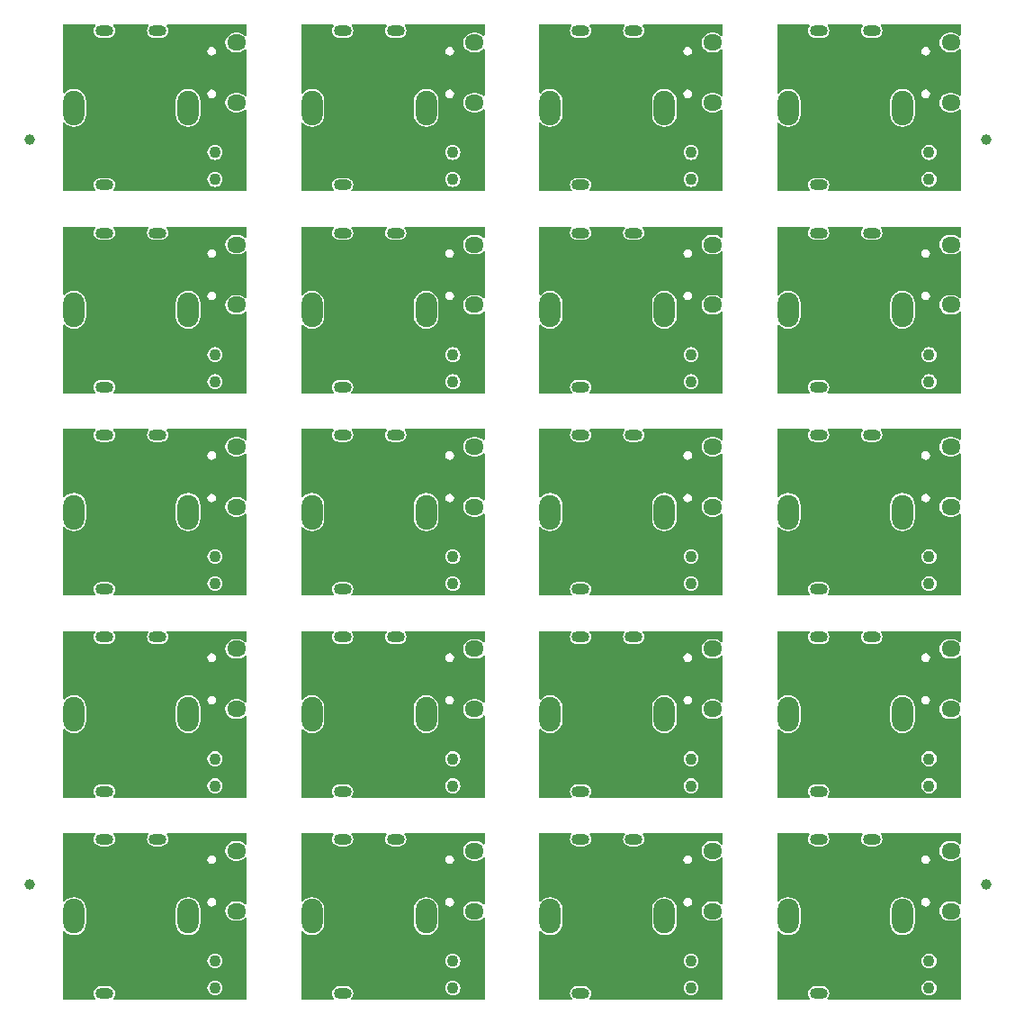
<source format=gbr>
%TF.GenerationSoftware,Altium Limited,Altium Designer,20.1.8 (145)*%
G04 Layer_Physical_Order=1*
G04 Layer_Color=255*
%FSLAX45Y45*%
%MOMM*%
%TF.SameCoordinates,31433496-A159-4958-A2C2-D52C18178038*%
%TF.FilePolarity,Positive*%
%TF.FileFunction,Copper,L1,Top,Signal*%
%TF.Part,CustomerPanel*%
G01*
G75*
%TA.AperFunction,SMDPad,CuDef*%
%ADD10C,1.00000*%
%TA.AperFunction,ComponentPad*%
%ADD11O,1.80000X1.50000*%
G04:AMPARAMS|DCode=12|XSize=1.1mm|YSize=1.1mm|CornerRadius=0.55mm|HoleSize=0mm|Usage=FLASHONLY|Rotation=90.000|XOffset=0mm|YOffset=0mm|HoleType=Round|Shape=RoundedRectangle|*
%AMROUNDEDRECTD12*
21,1,1.10000,0.00000,0,0,90.0*
21,1,0.00000,1.10000,0,0,90.0*
1,1,1.10000,0.00000,0.00000*
1,1,1.10000,0.00000,0.00000*
1,1,1.10000,0.00000,0.00000*
1,1,1.10000,0.00000,0.00000*
%
%ADD12ROUNDEDRECTD12*%
%ADD13O,1.70000X1.00000*%
%ADD14O,2.00000X3.25000*%
G04:AMPARAMS|DCode=15|XSize=2mm|YSize=3.25mm|CornerRadius=1mm|HoleSize=0mm|Usage=FLASHONLY|Rotation=180.000|XOffset=0mm|YOffset=0mm|HoleType=Round|Shape=RoundedRectangle|*
%AMROUNDEDRECTD15*
21,1,2.00000,1.25000,0,0,180.0*
21,1,0.00000,3.25000,0,0,180.0*
1,1,2.00000,0.00000,0.62500*
1,1,2.00000,0.00000,0.62500*
1,1,2.00000,0.00000,-0.62500*
1,1,2.00000,0.00000,-0.62500*
%
%ADD15ROUNDEDRECTD15*%
%TA.AperFunction,ViaPad*%
%ADD16C,0.61000*%
G36*
X9263167Y9480248D02*
X9250467Y9475937D01*
X9247840Y9479360D01*
X9228989Y9493825D01*
X9207037Y9502917D01*
X9183480Y9506019D01*
X9153480D01*
X9129923Y9502917D01*
X9107971Y9493825D01*
X9089121Y9479360D01*
X9074656Y9460509D01*
X9065563Y9438557D01*
X9062462Y9415000D01*
X9065563Y9391443D01*
X9074656Y9369491D01*
X9089121Y9350640D01*
X9107971Y9336176D01*
X9129923Y9327083D01*
X9153480Y9323982D01*
X9183480D01*
X9207037Y9327083D01*
X9228989Y9336176D01*
X9247840Y9350640D01*
X9250467Y9354064D01*
X9263167Y9349753D01*
Y8914248D01*
X9250467Y8909937D01*
X9247840Y8913360D01*
X9228989Y8927825D01*
X9207037Y8936918D01*
X9183480Y8940019D01*
X9153480D01*
X9129923Y8936918D01*
X9107971Y8927825D01*
X9089121Y8913360D01*
X9074656Y8894510D01*
X9065563Y8872558D01*
X9062462Y8849000D01*
X9065563Y8825443D01*
X9074656Y8803491D01*
X9089121Y8784641D01*
X9107971Y8770176D01*
X9129923Y8761083D01*
X9153480Y8757982D01*
X9183480D01*
X9207037Y8761083D01*
X9228989Y8770176D01*
X9247840Y8784641D01*
X9250467Y8788064D01*
X9263167Y8783753D01*
Y8016834D01*
X8011994D01*
X8007792Y8026945D01*
X8007381Y8029534D01*
X8017407Y8042599D01*
X8023981Y8058469D01*
X8026223Y8075500D01*
X8023981Y8092531D01*
X8017407Y8108402D01*
X8006949Y8122030D01*
X7993321Y8132487D01*
X7977451Y8139061D01*
X7960420Y8141303D01*
X7890420D01*
X7873389Y8139061D01*
X7857519Y8132487D01*
X7843891Y8122030D01*
X7833433Y8108402D01*
X7826859Y8092531D01*
X7824617Y8075500D01*
X7826859Y8058469D01*
X7833433Y8042599D01*
X7843459Y8029534D01*
X7843048Y8026945D01*
X7838846Y8016834D01*
X7536834D01*
Y8659574D01*
X7549534Y8663885D01*
X7555730Y8655810D01*
X7579803Y8637338D01*
X7607836Y8625726D01*
X7637920Y8621766D01*
X7668004Y8625726D01*
X7696037Y8637338D01*
X7720110Y8655810D01*
X7738582Y8679883D01*
X7750194Y8707917D01*
X7754154Y8738000D01*
Y8863000D01*
X7750194Y8893084D01*
X7738582Y8921118D01*
X7720110Y8945190D01*
X7696037Y8963662D01*
X7668004Y8975274D01*
X7637920Y8979235D01*
X7607836Y8975274D01*
X7579803Y8963662D01*
X7555730Y8945190D01*
X7549534Y8937115D01*
X7536834Y8941427D01*
Y9583167D01*
X7837543D01*
X7841231Y9576696D01*
X7842691Y9570467D01*
X7833433Y9558402D01*
X7826859Y9542531D01*
X7824617Y9525500D01*
X7826859Y9508469D01*
X7833433Y9492599D01*
X7843891Y9478971D01*
X7857519Y9468513D01*
X7873389Y9461940D01*
X7890420Y9459698D01*
X7960420D01*
X7977451Y9461940D01*
X7993321Y9468513D01*
X8006949Y9478971D01*
X8017407Y9492599D01*
X8023981Y9508469D01*
X8026223Y9525500D01*
X8023981Y9542531D01*
X8017407Y9558402D01*
X8008149Y9570467D01*
X8009609Y9576696D01*
X8013297Y9583167D01*
X8337543D01*
X8341231Y9576696D01*
X8342691Y9570467D01*
X8333433Y9558402D01*
X8326859Y9542531D01*
X8324617Y9525500D01*
X8326859Y9508469D01*
X8333433Y9492599D01*
X8343891Y9478971D01*
X8357519Y9468513D01*
X8373389Y9461940D01*
X8390420Y9459698D01*
X8460420D01*
X8477451Y9461940D01*
X8493321Y9468513D01*
X8506949Y9478971D01*
X8517407Y9492599D01*
X8523981Y9508469D01*
X8526223Y9525500D01*
X8523981Y9542531D01*
X8517407Y9558402D01*
X8508149Y9570467D01*
X8509609Y9576696D01*
X8513297Y9583167D01*
X9263167D01*
Y9480248D01*
D02*
G37*
G36*
X7023167D02*
X7010467Y9475937D01*
X7007840Y9479360D01*
X6988989Y9493825D01*
X6967037Y9502917D01*
X6943480Y9506019D01*
X6913480D01*
X6889923Y9502917D01*
X6867971Y9493825D01*
X6849120Y9479360D01*
X6834656Y9460509D01*
X6825563Y9438557D01*
X6822462Y9415000D01*
X6825563Y9391443D01*
X6834656Y9369491D01*
X6849120Y9350640D01*
X6867971Y9336176D01*
X6889923Y9327083D01*
X6913480Y9323982D01*
X6943480D01*
X6967037Y9327083D01*
X6988989Y9336176D01*
X7007840Y9350640D01*
X7010467Y9354064D01*
X7023167Y9349753D01*
Y8914248D01*
X7010467Y8909937D01*
X7007840Y8913360D01*
X6988989Y8927825D01*
X6967037Y8936918D01*
X6943480Y8940019D01*
X6913480D01*
X6889923Y8936918D01*
X6867971Y8927825D01*
X6849120Y8913360D01*
X6834656Y8894510D01*
X6825563Y8872558D01*
X6822462Y8849000D01*
X6825563Y8825443D01*
X6834656Y8803491D01*
X6849120Y8784641D01*
X6867971Y8770176D01*
X6889923Y8761083D01*
X6913480Y8757982D01*
X6943480D01*
X6967037Y8761083D01*
X6988989Y8770176D01*
X7007840Y8784641D01*
X7010467Y8788064D01*
X7023167Y8783753D01*
Y8016834D01*
X5771994D01*
X5767792Y8026945D01*
X5767381Y8029534D01*
X5777407Y8042599D01*
X5783981Y8058469D01*
X5786223Y8075500D01*
X5783981Y8092531D01*
X5777407Y8108402D01*
X5766949Y8122030D01*
X5753321Y8132487D01*
X5737451Y8139061D01*
X5720420Y8141303D01*
X5650420D01*
X5633389Y8139061D01*
X5617519Y8132487D01*
X5603890Y8122030D01*
X5593433Y8108402D01*
X5586859Y8092531D01*
X5584617Y8075500D01*
X5586859Y8058469D01*
X5593433Y8042599D01*
X5603458Y8029534D01*
X5603048Y8026945D01*
X5598846Y8016834D01*
X5296833D01*
Y8659574D01*
X5309533Y8663885D01*
X5315730Y8655810D01*
X5339803Y8637338D01*
X5367836Y8625726D01*
X5397920Y8621766D01*
X5428004Y8625726D01*
X5456037Y8637338D01*
X5480110Y8655810D01*
X5498582Y8679883D01*
X5510194Y8707917D01*
X5514154Y8738000D01*
Y8863000D01*
X5510194Y8893084D01*
X5498582Y8921118D01*
X5480110Y8945190D01*
X5456037Y8963662D01*
X5428004Y8975274D01*
X5397920Y8979235D01*
X5367836Y8975274D01*
X5339803Y8963662D01*
X5315730Y8945190D01*
X5309533Y8937115D01*
X5296833Y8941427D01*
Y9583167D01*
X5597543D01*
X5601231Y9576696D01*
X5602691Y9570467D01*
X5593433Y9558402D01*
X5586859Y9542531D01*
X5584617Y9525500D01*
X5586859Y9508469D01*
X5593433Y9492599D01*
X5603890Y9478971D01*
X5617519Y9468513D01*
X5633389Y9461940D01*
X5650420Y9459698D01*
X5720420D01*
X5737451Y9461940D01*
X5753321Y9468513D01*
X5766949Y9478971D01*
X5777407Y9492599D01*
X5783981Y9508469D01*
X5786223Y9525500D01*
X5783981Y9542531D01*
X5777407Y9558402D01*
X5768149Y9570467D01*
X5769609Y9576696D01*
X5773297Y9583167D01*
X6097543D01*
X6101231Y9576696D01*
X6102691Y9570467D01*
X6093433Y9558402D01*
X6086859Y9542531D01*
X6084617Y9525500D01*
X6086859Y9508469D01*
X6093433Y9492599D01*
X6103891Y9478971D01*
X6117519Y9468513D01*
X6133389Y9461940D01*
X6150420Y9459698D01*
X6220420D01*
X6237451Y9461940D01*
X6253321Y9468513D01*
X6266949Y9478971D01*
X6277407Y9492599D01*
X6283981Y9508469D01*
X6286223Y9525500D01*
X6283981Y9542531D01*
X6277407Y9558402D01*
X6268149Y9570467D01*
X6269609Y9576696D01*
X6273297Y9583167D01*
X7023167D01*
Y9480248D01*
D02*
G37*
G36*
X4783167D02*
X4770467Y9475937D01*
X4767840Y9479360D01*
X4748989Y9493825D01*
X4727037Y9502917D01*
X4703480Y9506019D01*
X4673480D01*
X4649923Y9502917D01*
X4627971Y9493825D01*
X4609120Y9479360D01*
X4594656Y9460509D01*
X4585563Y9438557D01*
X4582461Y9415000D01*
X4585563Y9391443D01*
X4594656Y9369491D01*
X4609120Y9350640D01*
X4627971Y9336176D01*
X4649923Y9327083D01*
X4673480Y9323982D01*
X4703480D01*
X4727037Y9327083D01*
X4748989Y9336176D01*
X4767840Y9350640D01*
X4770467Y9354064D01*
X4783167Y9349753D01*
Y8914248D01*
X4770467Y8909937D01*
X4767840Y8913360D01*
X4748989Y8927825D01*
X4727037Y8936918D01*
X4703480Y8940019D01*
X4673480D01*
X4649923Y8936918D01*
X4627971Y8927825D01*
X4609120Y8913360D01*
X4594656Y8894510D01*
X4585563Y8872558D01*
X4582461Y8849000D01*
X4585563Y8825443D01*
X4594656Y8803491D01*
X4609120Y8784641D01*
X4627971Y8770176D01*
X4649923Y8761083D01*
X4673480Y8757982D01*
X4703480D01*
X4727037Y8761083D01*
X4748989Y8770176D01*
X4767840Y8784641D01*
X4770467Y8788064D01*
X4783167Y8783753D01*
Y8016834D01*
X3531994D01*
X3527792Y8026945D01*
X3527381Y8029534D01*
X3537407Y8042599D01*
X3543980Y8058469D01*
X3546223Y8075500D01*
X3543980Y8092531D01*
X3537407Y8108402D01*
X3526949Y8122030D01*
X3513321Y8132487D01*
X3497451Y8139061D01*
X3480420Y8141303D01*
X3410420D01*
X3393389Y8139061D01*
X3377519Y8132487D01*
X3363890Y8122030D01*
X3353433Y8108402D01*
X3346859Y8092531D01*
X3344617Y8075500D01*
X3346859Y8058469D01*
X3353433Y8042599D01*
X3363458Y8029534D01*
X3363048Y8026945D01*
X3358846Y8016834D01*
X3056833D01*
Y8659574D01*
X3069533Y8663885D01*
X3075730Y8655810D01*
X3099803Y8637338D01*
X3127836Y8625726D01*
X3157920Y8621766D01*
X3188004Y8625726D01*
X3216037Y8637338D01*
X3240110Y8655810D01*
X3258582Y8679883D01*
X3270194Y8707917D01*
X3274154Y8738000D01*
Y8863000D01*
X3270194Y8893084D01*
X3258582Y8921118D01*
X3240110Y8945190D01*
X3216037Y8963662D01*
X3188004Y8975274D01*
X3157920Y8979235D01*
X3127836Y8975274D01*
X3099803Y8963662D01*
X3075730Y8945190D01*
X3069533Y8937115D01*
X3056833Y8941427D01*
Y9583167D01*
X3357542D01*
X3361231Y9576696D01*
X3362691Y9570467D01*
X3353433Y9558402D01*
X3346859Y9542531D01*
X3344617Y9525500D01*
X3346859Y9508469D01*
X3353433Y9492599D01*
X3363890Y9478971D01*
X3377519Y9468513D01*
X3393389Y9461940D01*
X3410420Y9459698D01*
X3480420D01*
X3497451Y9461940D01*
X3513321Y9468513D01*
X3526949Y9478971D01*
X3537407Y9492599D01*
X3543980Y9508469D01*
X3546223Y9525500D01*
X3543980Y9542531D01*
X3537407Y9558402D01*
X3528149Y9570467D01*
X3529609Y9576696D01*
X3533297Y9583167D01*
X3857542D01*
X3861231Y9576696D01*
X3862691Y9570467D01*
X3853433Y9558402D01*
X3846859Y9542531D01*
X3844617Y9525500D01*
X3846859Y9508469D01*
X3853433Y9492599D01*
X3863890Y9478971D01*
X3877519Y9468513D01*
X3893389Y9461940D01*
X3910420Y9459698D01*
X3980420D01*
X3997451Y9461940D01*
X4013321Y9468513D01*
X4026949Y9478971D01*
X4037407Y9492599D01*
X4043980Y9508469D01*
X4046223Y9525500D01*
X4043980Y9542531D01*
X4037407Y9558402D01*
X4028149Y9570467D01*
X4029609Y9576696D01*
X4033297Y9583167D01*
X4783167D01*
Y9480248D01*
D02*
G37*
G36*
X2543167D02*
X2530467Y9475937D01*
X2527840Y9479360D01*
X2508989Y9493825D01*
X2487037Y9502917D01*
X2463480Y9506019D01*
X2433480D01*
X2409923Y9502917D01*
X2387971Y9493825D01*
X2369120Y9479360D01*
X2354656Y9460509D01*
X2345563Y9438557D01*
X2342461Y9415000D01*
X2345563Y9391443D01*
X2354656Y9369491D01*
X2369120Y9350640D01*
X2387971Y9336176D01*
X2409923Y9327083D01*
X2433480Y9323982D01*
X2463480D01*
X2487037Y9327083D01*
X2508989Y9336176D01*
X2527840Y9350640D01*
X2530467Y9354064D01*
X2543167Y9349753D01*
Y8914248D01*
X2530467Y8909937D01*
X2527840Y8913360D01*
X2508989Y8927825D01*
X2487037Y8936918D01*
X2463480Y8940019D01*
X2433480D01*
X2409923Y8936918D01*
X2387971Y8927825D01*
X2369120Y8913360D01*
X2354656Y8894510D01*
X2345563Y8872558D01*
X2342461Y8849000D01*
X2345563Y8825443D01*
X2354656Y8803491D01*
X2369120Y8784641D01*
X2387971Y8770176D01*
X2409923Y8761083D01*
X2433480Y8757982D01*
X2463480D01*
X2487037Y8761083D01*
X2508989Y8770176D01*
X2527840Y8784641D01*
X2530467Y8788064D01*
X2543167Y8783753D01*
Y8016834D01*
X1291994D01*
X1287791Y8026945D01*
X1287381Y8029534D01*
X1297407Y8042599D01*
X1303980Y8058469D01*
X1306222Y8075500D01*
X1303980Y8092531D01*
X1297407Y8108402D01*
X1286949Y8122030D01*
X1273321Y8132487D01*
X1257451Y8139061D01*
X1240420Y8141303D01*
X1170420D01*
X1153389Y8139061D01*
X1137518Y8132487D01*
X1123890Y8122030D01*
X1113433Y8108402D01*
X1106859Y8092531D01*
X1104617Y8075500D01*
X1106859Y8058469D01*
X1113433Y8042599D01*
X1123458Y8029534D01*
X1123048Y8026945D01*
X1118846Y8016834D01*
X816833D01*
Y8659574D01*
X829533Y8663885D01*
X835730Y8655810D01*
X859802Y8637338D01*
X887836Y8625726D01*
X917920Y8621766D01*
X948003Y8625726D01*
X976037Y8637338D01*
X1000110Y8655810D01*
X1018582Y8679883D01*
X1030194Y8707917D01*
X1034154Y8738000D01*
Y8863000D01*
X1030194Y8893084D01*
X1018582Y8921118D01*
X1000110Y8945190D01*
X976037Y8963662D01*
X948003Y8975274D01*
X917920Y8979235D01*
X887836Y8975274D01*
X859802Y8963662D01*
X835730Y8945190D01*
X829533Y8937115D01*
X816833Y8941427D01*
Y9583167D01*
X1117542D01*
X1121231Y9576696D01*
X1122691Y9570467D01*
X1113433Y9558402D01*
X1106859Y9542531D01*
X1104617Y9525500D01*
X1106859Y9508469D01*
X1113433Y9492599D01*
X1123890Y9478971D01*
X1137518Y9468513D01*
X1153389Y9461940D01*
X1170420Y9459698D01*
X1240420D01*
X1257451Y9461940D01*
X1273321Y9468513D01*
X1286949Y9478971D01*
X1297407Y9492599D01*
X1303980Y9508469D01*
X1306222Y9525500D01*
X1303980Y9542531D01*
X1297407Y9558402D01*
X1288149Y9570467D01*
X1289609Y9576696D01*
X1293297Y9583167D01*
X1617542D01*
X1621231Y9576696D01*
X1622691Y9570467D01*
X1613433Y9558402D01*
X1606859Y9542531D01*
X1604617Y9525500D01*
X1606859Y9508469D01*
X1613433Y9492599D01*
X1623890Y9478971D01*
X1637518Y9468513D01*
X1653389Y9461940D01*
X1670420Y9459698D01*
X1740420D01*
X1757451Y9461940D01*
X1773321Y9468513D01*
X1786949Y9478971D01*
X1797407Y9492599D01*
X1803980Y9508469D01*
X1806222Y9525500D01*
X1803980Y9542531D01*
X1797407Y9558402D01*
X1788149Y9570467D01*
X1789609Y9576696D01*
X1793297Y9583167D01*
X2543167D01*
Y9480248D01*
D02*
G37*
G36*
X9263167Y7580248D02*
X9250467Y7575937D01*
X9247840Y7579360D01*
X9228989Y7593825D01*
X9207037Y7602917D01*
X9183480Y7606019D01*
X9153480D01*
X9129923Y7602917D01*
X9107971Y7593825D01*
X9089121Y7579360D01*
X9074656Y7560509D01*
X9065563Y7538557D01*
X9062462Y7515000D01*
X9065563Y7491443D01*
X9074656Y7469491D01*
X9089121Y7450640D01*
X9107971Y7436176D01*
X9129923Y7427083D01*
X9153480Y7423982D01*
X9183480D01*
X9207037Y7427083D01*
X9228989Y7436176D01*
X9247840Y7450640D01*
X9250467Y7454064D01*
X9263167Y7449753D01*
Y7014248D01*
X9250467Y7009937D01*
X9247840Y7013360D01*
X9228989Y7027825D01*
X9207037Y7036918D01*
X9183480Y7040019D01*
X9153480D01*
X9129923Y7036918D01*
X9107971Y7027825D01*
X9089121Y7013360D01*
X9074656Y6994510D01*
X9065563Y6972558D01*
X9062462Y6949000D01*
X9065563Y6925443D01*
X9074656Y6903491D01*
X9089121Y6884641D01*
X9107971Y6870176D01*
X9129923Y6861083D01*
X9153480Y6857982D01*
X9183480D01*
X9207037Y6861083D01*
X9228989Y6870176D01*
X9247840Y6884641D01*
X9250467Y6888064D01*
X9263167Y6883753D01*
Y6116834D01*
X8011994D01*
X8007792Y6126945D01*
X8007381Y6129534D01*
X8017407Y6142599D01*
X8023981Y6158469D01*
X8026223Y6175500D01*
X8023981Y6192531D01*
X8017407Y6208402D01*
X8006949Y6222030D01*
X7993321Y6232487D01*
X7977451Y6239061D01*
X7960420Y6241303D01*
X7890420D01*
X7873389Y6239061D01*
X7857519Y6232487D01*
X7843891Y6222030D01*
X7833433Y6208402D01*
X7826859Y6192531D01*
X7824617Y6175500D01*
X7826859Y6158469D01*
X7833433Y6142599D01*
X7843459Y6129534D01*
X7843048Y6126945D01*
X7838846Y6116834D01*
X7536834D01*
Y6759574D01*
X7549534Y6763885D01*
X7555730Y6755810D01*
X7579803Y6737338D01*
X7607836Y6725726D01*
X7637920Y6721766D01*
X7668004Y6725726D01*
X7696037Y6737338D01*
X7720110Y6755810D01*
X7738582Y6779883D01*
X7750194Y6807917D01*
X7754154Y6838000D01*
Y6963000D01*
X7750194Y6993084D01*
X7738582Y7021118D01*
X7720110Y7045190D01*
X7696037Y7063662D01*
X7668004Y7075274D01*
X7637920Y7079235D01*
X7607836Y7075274D01*
X7579803Y7063662D01*
X7555730Y7045190D01*
X7549534Y7037115D01*
X7536834Y7041427D01*
Y7683167D01*
X7837543D01*
X7841231Y7676696D01*
X7842691Y7670467D01*
X7833433Y7658402D01*
X7826859Y7642531D01*
X7824617Y7625500D01*
X7826859Y7608469D01*
X7833433Y7592599D01*
X7843891Y7578971D01*
X7857519Y7568513D01*
X7873389Y7561940D01*
X7890420Y7559698D01*
X7960420D01*
X7977451Y7561940D01*
X7993321Y7568513D01*
X8006949Y7578971D01*
X8017407Y7592599D01*
X8023981Y7608469D01*
X8026223Y7625500D01*
X8023981Y7642531D01*
X8017407Y7658402D01*
X8008149Y7670467D01*
X8009609Y7676696D01*
X8013297Y7683167D01*
X8337543D01*
X8341231Y7676696D01*
X8342691Y7670467D01*
X8333433Y7658402D01*
X8326859Y7642531D01*
X8324617Y7625500D01*
X8326859Y7608469D01*
X8333433Y7592599D01*
X8343891Y7578971D01*
X8357519Y7568513D01*
X8373389Y7561940D01*
X8390420Y7559698D01*
X8460420D01*
X8477451Y7561940D01*
X8493321Y7568513D01*
X8506949Y7578971D01*
X8517407Y7592599D01*
X8523981Y7608469D01*
X8526223Y7625500D01*
X8523981Y7642531D01*
X8517407Y7658402D01*
X8508149Y7670467D01*
X8509609Y7676696D01*
X8513297Y7683167D01*
X9263167D01*
Y7580248D01*
D02*
G37*
G36*
X7023167D02*
X7010467Y7575937D01*
X7007840Y7579360D01*
X6988989Y7593825D01*
X6967037Y7602917D01*
X6943480Y7606019D01*
X6913480D01*
X6889923Y7602917D01*
X6867971Y7593825D01*
X6849120Y7579360D01*
X6834656Y7560509D01*
X6825563Y7538557D01*
X6822462Y7515000D01*
X6825563Y7491443D01*
X6834656Y7469491D01*
X6849120Y7450640D01*
X6867971Y7436176D01*
X6889923Y7427083D01*
X6913480Y7423982D01*
X6943480D01*
X6967037Y7427083D01*
X6988989Y7436176D01*
X7007840Y7450640D01*
X7010467Y7454064D01*
X7023167Y7449753D01*
Y7014248D01*
X7010467Y7009937D01*
X7007840Y7013360D01*
X6988989Y7027825D01*
X6967037Y7036918D01*
X6943480Y7040019D01*
X6913480D01*
X6889923Y7036918D01*
X6867971Y7027825D01*
X6849120Y7013360D01*
X6834656Y6994510D01*
X6825563Y6972558D01*
X6822462Y6949000D01*
X6825563Y6925443D01*
X6834656Y6903491D01*
X6849120Y6884641D01*
X6867971Y6870176D01*
X6889923Y6861083D01*
X6913480Y6857982D01*
X6943480D01*
X6967037Y6861083D01*
X6988989Y6870176D01*
X7007840Y6884641D01*
X7010467Y6888064D01*
X7023167Y6883753D01*
Y6116834D01*
X5771994D01*
X5767792Y6126945D01*
X5767381Y6129534D01*
X5777407Y6142599D01*
X5783981Y6158469D01*
X5786223Y6175500D01*
X5783981Y6192531D01*
X5777407Y6208402D01*
X5766949Y6222030D01*
X5753321Y6232487D01*
X5737451Y6239061D01*
X5720420Y6241303D01*
X5650420D01*
X5633389Y6239061D01*
X5617519Y6232487D01*
X5603890Y6222030D01*
X5593433Y6208402D01*
X5586859Y6192531D01*
X5584617Y6175500D01*
X5586859Y6158469D01*
X5593433Y6142599D01*
X5603458Y6129534D01*
X5603048Y6126945D01*
X5598846Y6116834D01*
X5296833D01*
Y6759574D01*
X5309533Y6763885D01*
X5315730Y6755810D01*
X5339803Y6737338D01*
X5367836Y6725726D01*
X5397920Y6721766D01*
X5428004Y6725726D01*
X5456037Y6737338D01*
X5480110Y6755810D01*
X5498582Y6779883D01*
X5510194Y6807917D01*
X5514154Y6838000D01*
Y6963000D01*
X5510194Y6993084D01*
X5498582Y7021118D01*
X5480110Y7045190D01*
X5456037Y7063662D01*
X5428004Y7075274D01*
X5397920Y7079235D01*
X5367836Y7075274D01*
X5339803Y7063662D01*
X5315730Y7045190D01*
X5309533Y7037115D01*
X5296833Y7041427D01*
Y7683167D01*
X5597543D01*
X5601231Y7676696D01*
X5602691Y7670467D01*
X5593433Y7658402D01*
X5586859Y7642531D01*
X5584617Y7625500D01*
X5586859Y7608469D01*
X5593433Y7592599D01*
X5603890Y7578971D01*
X5617519Y7568513D01*
X5633389Y7561940D01*
X5650420Y7559698D01*
X5720420D01*
X5737451Y7561940D01*
X5753321Y7568513D01*
X5766949Y7578971D01*
X5777407Y7592599D01*
X5783981Y7608469D01*
X5786223Y7625500D01*
X5783981Y7642531D01*
X5777407Y7658402D01*
X5768149Y7670467D01*
X5769609Y7676696D01*
X5773297Y7683167D01*
X6097543D01*
X6101231Y7676696D01*
X6102691Y7670467D01*
X6093433Y7658402D01*
X6086859Y7642531D01*
X6084617Y7625500D01*
X6086859Y7608469D01*
X6093433Y7592599D01*
X6103891Y7578971D01*
X6117519Y7568513D01*
X6133389Y7561940D01*
X6150420Y7559698D01*
X6220420D01*
X6237451Y7561940D01*
X6253321Y7568513D01*
X6266949Y7578971D01*
X6277407Y7592599D01*
X6283981Y7608469D01*
X6286223Y7625500D01*
X6283981Y7642531D01*
X6277407Y7658402D01*
X6268149Y7670467D01*
X6269609Y7676696D01*
X6273297Y7683167D01*
X7023167D01*
Y7580248D01*
D02*
G37*
G36*
X4783167D02*
X4770467Y7575937D01*
X4767840Y7579360D01*
X4748989Y7593825D01*
X4727037Y7602917D01*
X4703480Y7606019D01*
X4673480D01*
X4649923Y7602917D01*
X4627971Y7593825D01*
X4609120Y7579360D01*
X4594656Y7560509D01*
X4585563Y7538557D01*
X4582461Y7515000D01*
X4585563Y7491443D01*
X4594656Y7469491D01*
X4609120Y7450640D01*
X4627971Y7436176D01*
X4649923Y7427083D01*
X4673480Y7423982D01*
X4703480D01*
X4727037Y7427083D01*
X4748989Y7436176D01*
X4767840Y7450640D01*
X4770467Y7454064D01*
X4783167Y7449753D01*
Y7014248D01*
X4770467Y7009937D01*
X4767840Y7013360D01*
X4748989Y7027825D01*
X4727037Y7036918D01*
X4703480Y7040019D01*
X4673480D01*
X4649923Y7036918D01*
X4627971Y7027825D01*
X4609120Y7013360D01*
X4594656Y6994510D01*
X4585563Y6972558D01*
X4582461Y6949000D01*
X4585563Y6925443D01*
X4594656Y6903491D01*
X4609120Y6884641D01*
X4627971Y6870176D01*
X4649923Y6861083D01*
X4673480Y6857982D01*
X4703480D01*
X4727037Y6861083D01*
X4748989Y6870176D01*
X4767840Y6884641D01*
X4770467Y6888064D01*
X4783167Y6883753D01*
Y6116834D01*
X3531994D01*
X3527792Y6126945D01*
X3527381Y6129534D01*
X3537407Y6142599D01*
X3543980Y6158469D01*
X3546223Y6175500D01*
X3543980Y6192531D01*
X3537407Y6208402D01*
X3526949Y6222030D01*
X3513321Y6232487D01*
X3497451Y6239061D01*
X3480420Y6241303D01*
X3410420D01*
X3393389Y6239061D01*
X3377519Y6232487D01*
X3363890Y6222030D01*
X3353433Y6208402D01*
X3346859Y6192531D01*
X3344617Y6175500D01*
X3346859Y6158469D01*
X3353433Y6142599D01*
X3363458Y6129534D01*
X3363048Y6126945D01*
X3358846Y6116834D01*
X3056833D01*
Y6759574D01*
X3069533Y6763885D01*
X3075730Y6755810D01*
X3099803Y6737338D01*
X3127836Y6725726D01*
X3157920Y6721766D01*
X3188004Y6725726D01*
X3216037Y6737338D01*
X3240110Y6755810D01*
X3258582Y6779883D01*
X3270194Y6807917D01*
X3274154Y6838000D01*
Y6963000D01*
X3270194Y6993084D01*
X3258582Y7021118D01*
X3240110Y7045190D01*
X3216037Y7063662D01*
X3188004Y7075274D01*
X3157920Y7079235D01*
X3127836Y7075274D01*
X3099803Y7063662D01*
X3075730Y7045190D01*
X3069533Y7037115D01*
X3056833Y7041427D01*
Y7683167D01*
X3357542D01*
X3361231Y7676696D01*
X3362691Y7670467D01*
X3353433Y7658402D01*
X3346859Y7642531D01*
X3344617Y7625500D01*
X3346859Y7608469D01*
X3353433Y7592599D01*
X3363890Y7578971D01*
X3377519Y7568513D01*
X3393389Y7561940D01*
X3410420Y7559698D01*
X3480420D01*
X3497451Y7561940D01*
X3513321Y7568513D01*
X3526949Y7578971D01*
X3537407Y7592599D01*
X3543980Y7608469D01*
X3546223Y7625500D01*
X3543980Y7642531D01*
X3537407Y7658402D01*
X3528149Y7670467D01*
X3529609Y7676696D01*
X3533297Y7683167D01*
X3857542D01*
X3861231Y7676696D01*
X3862691Y7670467D01*
X3853433Y7658402D01*
X3846859Y7642531D01*
X3844617Y7625500D01*
X3846859Y7608469D01*
X3853433Y7592599D01*
X3863890Y7578971D01*
X3877519Y7568513D01*
X3893389Y7561940D01*
X3910420Y7559698D01*
X3980420D01*
X3997451Y7561940D01*
X4013321Y7568513D01*
X4026949Y7578971D01*
X4037407Y7592599D01*
X4043980Y7608469D01*
X4046223Y7625500D01*
X4043980Y7642531D01*
X4037407Y7658402D01*
X4028149Y7670467D01*
X4029609Y7676696D01*
X4033297Y7683167D01*
X4783167D01*
Y7580248D01*
D02*
G37*
G36*
X2543167D02*
X2530467Y7575937D01*
X2527840Y7579360D01*
X2508989Y7593825D01*
X2487037Y7602917D01*
X2463480Y7606019D01*
X2433480D01*
X2409923Y7602917D01*
X2387971Y7593825D01*
X2369120Y7579360D01*
X2354656Y7560509D01*
X2345563Y7538557D01*
X2342461Y7515000D01*
X2345563Y7491443D01*
X2354656Y7469491D01*
X2369120Y7450640D01*
X2387971Y7436176D01*
X2409923Y7427083D01*
X2433480Y7423982D01*
X2463480D01*
X2487037Y7427083D01*
X2508989Y7436176D01*
X2527840Y7450640D01*
X2530467Y7454064D01*
X2543167Y7449753D01*
Y7014248D01*
X2530467Y7009937D01*
X2527840Y7013360D01*
X2508989Y7027825D01*
X2487037Y7036918D01*
X2463480Y7040019D01*
X2433480D01*
X2409923Y7036918D01*
X2387971Y7027825D01*
X2369120Y7013360D01*
X2354656Y6994510D01*
X2345563Y6972558D01*
X2342461Y6949000D01*
X2345563Y6925443D01*
X2354656Y6903491D01*
X2369120Y6884641D01*
X2387971Y6870176D01*
X2409923Y6861083D01*
X2433480Y6857982D01*
X2463480D01*
X2487037Y6861083D01*
X2508989Y6870176D01*
X2527840Y6884641D01*
X2530467Y6888064D01*
X2543167Y6883753D01*
Y6116834D01*
X1291994D01*
X1287791Y6126945D01*
X1287381Y6129534D01*
X1297407Y6142599D01*
X1303980Y6158469D01*
X1306222Y6175500D01*
X1303980Y6192531D01*
X1297407Y6208402D01*
X1286949Y6222030D01*
X1273321Y6232487D01*
X1257451Y6239061D01*
X1240420Y6241303D01*
X1170420D01*
X1153389Y6239061D01*
X1137518Y6232487D01*
X1123890Y6222030D01*
X1113433Y6208402D01*
X1106859Y6192531D01*
X1104617Y6175500D01*
X1106859Y6158469D01*
X1113433Y6142599D01*
X1123458Y6129534D01*
X1123048Y6126945D01*
X1118846Y6116834D01*
X816833D01*
Y6759574D01*
X829533Y6763885D01*
X835730Y6755810D01*
X859802Y6737338D01*
X887836Y6725726D01*
X917920Y6721766D01*
X948003Y6725726D01*
X976037Y6737338D01*
X1000110Y6755810D01*
X1018582Y6779883D01*
X1030194Y6807917D01*
X1034154Y6838000D01*
Y6963000D01*
X1030194Y6993084D01*
X1018582Y7021118D01*
X1000110Y7045190D01*
X976037Y7063662D01*
X948003Y7075274D01*
X917920Y7079235D01*
X887836Y7075274D01*
X859802Y7063662D01*
X835730Y7045190D01*
X829533Y7037115D01*
X816833Y7041427D01*
Y7683167D01*
X1117542D01*
X1121231Y7676696D01*
X1122691Y7670467D01*
X1113433Y7658402D01*
X1106859Y7642531D01*
X1104617Y7625500D01*
X1106859Y7608469D01*
X1113433Y7592599D01*
X1123890Y7578971D01*
X1137518Y7568513D01*
X1153389Y7561940D01*
X1170420Y7559698D01*
X1240420D01*
X1257451Y7561940D01*
X1273321Y7568513D01*
X1286949Y7578971D01*
X1297407Y7592599D01*
X1303980Y7608469D01*
X1306222Y7625500D01*
X1303980Y7642531D01*
X1297407Y7658402D01*
X1288149Y7670467D01*
X1289609Y7676696D01*
X1293297Y7683167D01*
X1617542D01*
X1621231Y7676696D01*
X1622691Y7670467D01*
X1613433Y7658402D01*
X1606859Y7642531D01*
X1604617Y7625500D01*
X1606859Y7608469D01*
X1613433Y7592599D01*
X1623890Y7578971D01*
X1637518Y7568513D01*
X1653389Y7561940D01*
X1670420Y7559698D01*
X1740420D01*
X1757451Y7561940D01*
X1773321Y7568513D01*
X1786949Y7578971D01*
X1797407Y7592599D01*
X1803980Y7608469D01*
X1806222Y7625500D01*
X1803980Y7642531D01*
X1797407Y7658402D01*
X1788149Y7670467D01*
X1789609Y7676696D01*
X1793297Y7683167D01*
X2543167D01*
Y7580248D01*
D02*
G37*
G36*
X9263167Y5680248D02*
X9250467Y5675937D01*
X9247840Y5679360D01*
X9228989Y5693825D01*
X9207037Y5702917D01*
X9183480Y5706019D01*
X9153480D01*
X9129923Y5702917D01*
X9107971Y5693825D01*
X9089121Y5679360D01*
X9074656Y5660509D01*
X9065563Y5638557D01*
X9062462Y5615000D01*
X9065563Y5591443D01*
X9074656Y5569491D01*
X9089121Y5550640D01*
X9107971Y5536176D01*
X9129923Y5527083D01*
X9153480Y5523982D01*
X9183480D01*
X9207037Y5527083D01*
X9228989Y5536176D01*
X9247840Y5550640D01*
X9250467Y5554064D01*
X9263167Y5549753D01*
Y5114248D01*
X9250467Y5109937D01*
X9247840Y5113360D01*
X9228989Y5127825D01*
X9207037Y5136918D01*
X9183480Y5140019D01*
X9153480D01*
X9129923Y5136918D01*
X9107971Y5127825D01*
X9089121Y5113360D01*
X9074656Y5094509D01*
X9065563Y5072558D01*
X9062462Y5049000D01*
X9065563Y5025443D01*
X9074656Y5003491D01*
X9089121Y4984641D01*
X9107971Y4970176D01*
X9129923Y4961083D01*
X9153480Y4957982D01*
X9183480D01*
X9207037Y4961083D01*
X9228989Y4970176D01*
X9247840Y4984641D01*
X9250467Y4988064D01*
X9263167Y4983753D01*
Y4216834D01*
X8011994D01*
X8007792Y4226945D01*
X8007381Y4229534D01*
X8017407Y4242599D01*
X8023981Y4258469D01*
X8026223Y4275500D01*
X8023981Y4292531D01*
X8017407Y4308402D01*
X8006949Y4322030D01*
X7993321Y4332487D01*
X7977451Y4339061D01*
X7960420Y4341303D01*
X7890420D01*
X7873389Y4339061D01*
X7857519Y4332487D01*
X7843891Y4322030D01*
X7833433Y4308402D01*
X7826859Y4292531D01*
X7824617Y4275500D01*
X7826859Y4258469D01*
X7833433Y4242599D01*
X7843459Y4229534D01*
X7843048Y4226945D01*
X7838846Y4216834D01*
X7536834D01*
Y4859574D01*
X7549534Y4863885D01*
X7555730Y4855810D01*
X7579803Y4837338D01*
X7607836Y4825726D01*
X7637920Y4821766D01*
X7668004Y4825726D01*
X7696037Y4837338D01*
X7720110Y4855810D01*
X7738582Y4879883D01*
X7750194Y4907917D01*
X7754154Y4938000D01*
Y5063000D01*
X7750194Y5093084D01*
X7738582Y5121118D01*
X7720110Y5145190D01*
X7696037Y5163662D01*
X7668004Y5175274D01*
X7637920Y5179235D01*
X7607836Y5175274D01*
X7579803Y5163662D01*
X7555730Y5145190D01*
X7549534Y5137115D01*
X7536834Y5141427D01*
Y5783167D01*
X7837543D01*
X7841231Y5776696D01*
X7842691Y5770467D01*
X7833433Y5758402D01*
X7826859Y5742531D01*
X7824617Y5725500D01*
X7826859Y5708469D01*
X7833433Y5692599D01*
X7843891Y5678971D01*
X7857519Y5668513D01*
X7873389Y5661940D01*
X7890420Y5659698D01*
X7960420D01*
X7977451Y5661940D01*
X7993321Y5668513D01*
X8006949Y5678971D01*
X8017407Y5692599D01*
X8023981Y5708469D01*
X8026223Y5725500D01*
X8023981Y5742531D01*
X8017407Y5758402D01*
X8008149Y5770467D01*
X8009609Y5776696D01*
X8013297Y5783167D01*
X8337543D01*
X8341231Y5776696D01*
X8342691Y5770467D01*
X8333433Y5758402D01*
X8326859Y5742531D01*
X8324617Y5725500D01*
X8326859Y5708469D01*
X8333433Y5692599D01*
X8343891Y5678971D01*
X8357519Y5668513D01*
X8373389Y5661940D01*
X8390420Y5659698D01*
X8460420D01*
X8477451Y5661940D01*
X8493321Y5668513D01*
X8506949Y5678971D01*
X8517407Y5692599D01*
X8523981Y5708469D01*
X8526223Y5725500D01*
X8523981Y5742531D01*
X8517407Y5758402D01*
X8508149Y5770467D01*
X8509609Y5776696D01*
X8513297Y5783167D01*
X9263167D01*
Y5680248D01*
D02*
G37*
G36*
X7023167D02*
X7010467Y5675937D01*
X7007840Y5679360D01*
X6988989Y5693825D01*
X6967037Y5702917D01*
X6943480Y5706019D01*
X6913480D01*
X6889923Y5702917D01*
X6867971Y5693825D01*
X6849120Y5679360D01*
X6834656Y5660509D01*
X6825563Y5638557D01*
X6822462Y5615000D01*
X6825563Y5591443D01*
X6834656Y5569491D01*
X6849120Y5550640D01*
X6867971Y5536176D01*
X6889923Y5527083D01*
X6913480Y5523982D01*
X6943480D01*
X6967037Y5527083D01*
X6988989Y5536176D01*
X7007840Y5550640D01*
X7010467Y5554064D01*
X7023167Y5549753D01*
Y5114248D01*
X7010467Y5109937D01*
X7007840Y5113360D01*
X6988989Y5127825D01*
X6967037Y5136918D01*
X6943480Y5140019D01*
X6913480D01*
X6889923Y5136918D01*
X6867971Y5127825D01*
X6849120Y5113360D01*
X6834656Y5094509D01*
X6825563Y5072558D01*
X6822462Y5049000D01*
X6825563Y5025443D01*
X6834656Y5003491D01*
X6849120Y4984641D01*
X6867971Y4970176D01*
X6889923Y4961083D01*
X6913480Y4957982D01*
X6943480D01*
X6967037Y4961083D01*
X6988989Y4970176D01*
X7007840Y4984641D01*
X7010467Y4988064D01*
X7023167Y4983753D01*
Y4216834D01*
X5771994D01*
X5767792Y4226945D01*
X5767381Y4229534D01*
X5777407Y4242599D01*
X5783981Y4258469D01*
X5786223Y4275500D01*
X5783981Y4292531D01*
X5777407Y4308402D01*
X5766949Y4322030D01*
X5753321Y4332487D01*
X5737451Y4339061D01*
X5720420Y4341303D01*
X5650420D01*
X5633389Y4339061D01*
X5617519Y4332487D01*
X5603890Y4322030D01*
X5593433Y4308402D01*
X5586859Y4292531D01*
X5584617Y4275500D01*
X5586859Y4258469D01*
X5593433Y4242599D01*
X5603458Y4229534D01*
X5603048Y4226945D01*
X5598846Y4216834D01*
X5296833D01*
Y4859574D01*
X5309533Y4863885D01*
X5315730Y4855810D01*
X5339803Y4837338D01*
X5367836Y4825726D01*
X5397920Y4821766D01*
X5428004Y4825726D01*
X5456037Y4837338D01*
X5480110Y4855810D01*
X5498582Y4879883D01*
X5510194Y4907917D01*
X5514154Y4938000D01*
Y5063000D01*
X5510194Y5093084D01*
X5498582Y5121118D01*
X5480110Y5145190D01*
X5456037Y5163662D01*
X5428004Y5175274D01*
X5397920Y5179235D01*
X5367836Y5175274D01*
X5339803Y5163662D01*
X5315730Y5145190D01*
X5309533Y5137115D01*
X5296833Y5141427D01*
Y5783167D01*
X5597543D01*
X5601231Y5776696D01*
X5602691Y5770467D01*
X5593433Y5758402D01*
X5586859Y5742531D01*
X5584617Y5725500D01*
X5586859Y5708469D01*
X5593433Y5692599D01*
X5603890Y5678971D01*
X5617519Y5668513D01*
X5633389Y5661940D01*
X5650420Y5659698D01*
X5720420D01*
X5737451Y5661940D01*
X5753321Y5668513D01*
X5766949Y5678971D01*
X5777407Y5692599D01*
X5783981Y5708469D01*
X5786223Y5725500D01*
X5783981Y5742531D01*
X5777407Y5758402D01*
X5768149Y5770467D01*
X5769609Y5776696D01*
X5773297Y5783167D01*
X6097543D01*
X6101231Y5776696D01*
X6102691Y5770467D01*
X6093433Y5758402D01*
X6086859Y5742531D01*
X6084617Y5725500D01*
X6086859Y5708469D01*
X6093433Y5692599D01*
X6103891Y5678971D01*
X6117519Y5668513D01*
X6133389Y5661940D01*
X6150420Y5659698D01*
X6220420D01*
X6237451Y5661940D01*
X6253321Y5668513D01*
X6266949Y5678971D01*
X6277407Y5692599D01*
X6283981Y5708469D01*
X6286223Y5725500D01*
X6283981Y5742531D01*
X6277407Y5758402D01*
X6268149Y5770467D01*
X6269609Y5776696D01*
X6273297Y5783167D01*
X7023167D01*
Y5680248D01*
D02*
G37*
G36*
X4783167D02*
X4770467Y5675937D01*
X4767840Y5679360D01*
X4748989Y5693825D01*
X4727037Y5702917D01*
X4703480Y5706019D01*
X4673480D01*
X4649923Y5702917D01*
X4627971Y5693825D01*
X4609120Y5679360D01*
X4594656Y5660509D01*
X4585563Y5638557D01*
X4582461Y5615000D01*
X4585563Y5591443D01*
X4594656Y5569491D01*
X4609120Y5550640D01*
X4627971Y5536176D01*
X4649923Y5527083D01*
X4673480Y5523982D01*
X4703480D01*
X4727037Y5527083D01*
X4748989Y5536176D01*
X4767840Y5550640D01*
X4770467Y5554064D01*
X4783167Y5549753D01*
Y5114248D01*
X4770467Y5109937D01*
X4767840Y5113360D01*
X4748989Y5127825D01*
X4727037Y5136918D01*
X4703480Y5140019D01*
X4673480D01*
X4649923Y5136918D01*
X4627971Y5127825D01*
X4609120Y5113360D01*
X4594656Y5094509D01*
X4585563Y5072558D01*
X4582461Y5049000D01*
X4585563Y5025443D01*
X4594656Y5003491D01*
X4609120Y4984641D01*
X4627971Y4970176D01*
X4649923Y4961083D01*
X4673480Y4957982D01*
X4703480D01*
X4727037Y4961083D01*
X4748989Y4970176D01*
X4767840Y4984641D01*
X4770467Y4988064D01*
X4783167Y4983753D01*
Y4216834D01*
X3531994D01*
X3527792Y4226945D01*
X3527381Y4229534D01*
X3537407Y4242599D01*
X3543980Y4258469D01*
X3546223Y4275500D01*
X3543980Y4292531D01*
X3537407Y4308402D01*
X3526949Y4322030D01*
X3513321Y4332487D01*
X3497451Y4339061D01*
X3480420Y4341303D01*
X3410420D01*
X3393389Y4339061D01*
X3377519Y4332487D01*
X3363890Y4322030D01*
X3353433Y4308402D01*
X3346859Y4292531D01*
X3344617Y4275500D01*
X3346859Y4258469D01*
X3353433Y4242599D01*
X3363458Y4229534D01*
X3363048Y4226945D01*
X3358846Y4216834D01*
X3056833D01*
Y4859574D01*
X3069533Y4863885D01*
X3075730Y4855810D01*
X3099803Y4837338D01*
X3127836Y4825726D01*
X3157920Y4821766D01*
X3188004Y4825726D01*
X3216037Y4837338D01*
X3240110Y4855810D01*
X3258582Y4879883D01*
X3270194Y4907917D01*
X3274154Y4938000D01*
Y5063000D01*
X3270194Y5093084D01*
X3258582Y5121118D01*
X3240110Y5145190D01*
X3216037Y5163662D01*
X3188004Y5175274D01*
X3157920Y5179235D01*
X3127836Y5175274D01*
X3099803Y5163662D01*
X3075730Y5145190D01*
X3069533Y5137115D01*
X3056833Y5141427D01*
Y5783167D01*
X3357542D01*
X3361231Y5776696D01*
X3362691Y5770467D01*
X3353433Y5758402D01*
X3346859Y5742531D01*
X3344617Y5725500D01*
X3346859Y5708469D01*
X3353433Y5692599D01*
X3363890Y5678971D01*
X3377519Y5668513D01*
X3393389Y5661940D01*
X3410420Y5659698D01*
X3480420D01*
X3497451Y5661940D01*
X3513321Y5668513D01*
X3526949Y5678971D01*
X3537407Y5692599D01*
X3543980Y5708469D01*
X3546223Y5725500D01*
X3543980Y5742531D01*
X3537407Y5758402D01*
X3528149Y5770467D01*
X3529609Y5776696D01*
X3533297Y5783167D01*
X3857542D01*
X3861231Y5776696D01*
X3862691Y5770467D01*
X3853433Y5758402D01*
X3846859Y5742531D01*
X3844617Y5725500D01*
X3846859Y5708469D01*
X3853433Y5692599D01*
X3863890Y5678971D01*
X3877519Y5668513D01*
X3893389Y5661940D01*
X3910420Y5659698D01*
X3980420D01*
X3997451Y5661940D01*
X4013321Y5668513D01*
X4026949Y5678971D01*
X4037407Y5692599D01*
X4043980Y5708469D01*
X4046223Y5725500D01*
X4043980Y5742531D01*
X4037407Y5758402D01*
X4028149Y5770467D01*
X4029609Y5776696D01*
X4033297Y5783167D01*
X4783167D01*
Y5680248D01*
D02*
G37*
G36*
X2543167D02*
X2530467Y5675937D01*
X2527840Y5679360D01*
X2508989Y5693825D01*
X2487037Y5702917D01*
X2463480Y5706019D01*
X2433480D01*
X2409923Y5702917D01*
X2387971Y5693825D01*
X2369120Y5679360D01*
X2354656Y5660509D01*
X2345563Y5638557D01*
X2342461Y5615000D01*
X2345563Y5591443D01*
X2354656Y5569491D01*
X2369120Y5550640D01*
X2387971Y5536176D01*
X2409923Y5527083D01*
X2433480Y5523982D01*
X2463480D01*
X2487037Y5527083D01*
X2508989Y5536176D01*
X2527840Y5550640D01*
X2530467Y5554064D01*
X2543167Y5549753D01*
Y5114248D01*
X2530467Y5109937D01*
X2527840Y5113360D01*
X2508989Y5127825D01*
X2487037Y5136918D01*
X2463480Y5140019D01*
X2433480D01*
X2409923Y5136918D01*
X2387971Y5127825D01*
X2369120Y5113360D01*
X2354656Y5094509D01*
X2345563Y5072558D01*
X2342461Y5049000D01*
X2345563Y5025443D01*
X2354656Y5003491D01*
X2369120Y4984641D01*
X2387971Y4970176D01*
X2409923Y4961083D01*
X2433480Y4957982D01*
X2463480D01*
X2487037Y4961083D01*
X2508989Y4970176D01*
X2527840Y4984641D01*
X2530467Y4988064D01*
X2543167Y4983753D01*
Y4216834D01*
X1291994D01*
X1287791Y4226945D01*
X1287381Y4229534D01*
X1297407Y4242599D01*
X1303980Y4258469D01*
X1306222Y4275500D01*
X1303980Y4292531D01*
X1297407Y4308402D01*
X1286949Y4322030D01*
X1273321Y4332487D01*
X1257451Y4339061D01*
X1240420Y4341303D01*
X1170420D01*
X1153389Y4339061D01*
X1137518Y4332487D01*
X1123890Y4322030D01*
X1113433Y4308402D01*
X1106859Y4292531D01*
X1104617Y4275500D01*
X1106859Y4258469D01*
X1113433Y4242599D01*
X1123458Y4229534D01*
X1123048Y4226945D01*
X1118846Y4216834D01*
X816833D01*
Y4859574D01*
X829533Y4863885D01*
X835730Y4855810D01*
X859802Y4837338D01*
X887836Y4825726D01*
X917920Y4821766D01*
X948003Y4825726D01*
X976037Y4837338D01*
X1000110Y4855810D01*
X1018582Y4879883D01*
X1030194Y4907917D01*
X1034154Y4938000D01*
Y5063000D01*
X1030194Y5093084D01*
X1018582Y5121118D01*
X1000110Y5145190D01*
X976037Y5163662D01*
X948003Y5175274D01*
X917920Y5179235D01*
X887836Y5175274D01*
X859802Y5163662D01*
X835730Y5145190D01*
X829533Y5137115D01*
X816833Y5141427D01*
Y5783167D01*
X1117542D01*
X1121231Y5776696D01*
X1122691Y5770467D01*
X1113433Y5758402D01*
X1106859Y5742531D01*
X1104617Y5725500D01*
X1106859Y5708469D01*
X1113433Y5692599D01*
X1123890Y5678971D01*
X1137518Y5668513D01*
X1153389Y5661940D01*
X1170420Y5659698D01*
X1240420D01*
X1257451Y5661940D01*
X1273321Y5668513D01*
X1286949Y5678971D01*
X1297407Y5692599D01*
X1303980Y5708469D01*
X1306222Y5725500D01*
X1303980Y5742531D01*
X1297407Y5758402D01*
X1288149Y5770467D01*
X1289609Y5776696D01*
X1293297Y5783167D01*
X1617542D01*
X1621231Y5776696D01*
X1622691Y5770467D01*
X1613433Y5758402D01*
X1606859Y5742531D01*
X1604617Y5725500D01*
X1606859Y5708469D01*
X1613433Y5692599D01*
X1623890Y5678971D01*
X1637518Y5668513D01*
X1653389Y5661940D01*
X1670420Y5659698D01*
X1740420D01*
X1757451Y5661940D01*
X1773321Y5668513D01*
X1786949Y5678971D01*
X1797407Y5692599D01*
X1803980Y5708469D01*
X1806222Y5725500D01*
X1803980Y5742531D01*
X1797407Y5758402D01*
X1788149Y5770467D01*
X1789609Y5776696D01*
X1793297Y5783167D01*
X2543167D01*
Y5680248D01*
D02*
G37*
G36*
X9263167Y3780248D02*
X9250467Y3775937D01*
X9247840Y3779360D01*
X9228989Y3793825D01*
X9207037Y3802917D01*
X9183480Y3806019D01*
X9153480D01*
X9129923Y3802917D01*
X9107971Y3793825D01*
X9089121Y3779360D01*
X9074656Y3760509D01*
X9065563Y3738557D01*
X9062462Y3715000D01*
X9065563Y3691443D01*
X9074656Y3669491D01*
X9089121Y3650640D01*
X9107971Y3636176D01*
X9129923Y3627083D01*
X9153480Y3623982D01*
X9183480D01*
X9207037Y3627083D01*
X9228989Y3636176D01*
X9247840Y3650640D01*
X9250467Y3654064D01*
X9263167Y3649753D01*
Y3214248D01*
X9250467Y3209937D01*
X9247840Y3213360D01*
X9228989Y3227825D01*
X9207037Y3236918D01*
X9183480Y3240019D01*
X9153480D01*
X9129923Y3236918D01*
X9107971Y3227825D01*
X9089121Y3213360D01*
X9074656Y3194509D01*
X9065563Y3172558D01*
X9062462Y3149000D01*
X9065563Y3125443D01*
X9074656Y3103491D01*
X9089121Y3084641D01*
X9107971Y3070176D01*
X9129923Y3061083D01*
X9153480Y3057982D01*
X9183480D01*
X9207037Y3061083D01*
X9228989Y3070176D01*
X9247840Y3084641D01*
X9250467Y3088064D01*
X9263167Y3083753D01*
Y2316834D01*
X8011994D01*
X8007792Y2326945D01*
X8007381Y2329534D01*
X8017407Y2342599D01*
X8023981Y2358469D01*
X8026223Y2375500D01*
X8023981Y2392531D01*
X8017407Y2408402D01*
X8006949Y2422030D01*
X7993321Y2432487D01*
X7977451Y2439061D01*
X7960420Y2441303D01*
X7890420D01*
X7873389Y2439061D01*
X7857519Y2432487D01*
X7843891Y2422030D01*
X7833433Y2408402D01*
X7826859Y2392531D01*
X7824617Y2375500D01*
X7826859Y2358469D01*
X7833433Y2342599D01*
X7843459Y2329534D01*
X7843048Y2326945D01*
X7838846Y2316834D01*
X7536834D01*
Y2959574D01*
X7549534Y2963885D01*
X7555730Y2955810D01*
X7579803Y2937338D01*
X7607836Y2925726D01*
X7637920Y2921766D01*
X7668004Y2925726D01*
X7696037Y2937338D01*
X7720110Y2955810D01*
X7738582Y2979883D01*
X7750194Y3007917D01*
X7754154Y3038000D01*
Y3163000D01*
X7750194Y3193084D01*
X7738582Y3221118D01*
X7720110Y3245190D01*
X7696037Y3263662D01*
X7668004Y3275274D01*
X7637920Y3279235D01*
X7607836Y3275274D01*
X7579803Y3263662D01*
X7555730Y3245190D01*
X7549534Y3237115D01*
X7536834Y3241427D01*
Y3883167D01*
X7837543D01*
X7841231Y3876696D01*
X7842691Y3870467D01*
X7833433Y3858402D01*
X7826859Y3842531D01*
X7824617Y3825500D01*
X7826859Y3808469D01*
X7833433Y3792599D01*
X7843891Y3778971D01*
X7857519Y3768513D01*
X7873389Y3761940D01*
X7890420Y3759698D01*
X7960420D01*
X7977451Y3761940D01*
X7993321Y3768513D01*
X8006949Y3778971D01*
X8017407Y3792599D01*
X8023981Y3808469D01*
X8026223Y3825500D01*
X8023981Y3842531D01*
X8017407Y3858402D01*
X8008149Y3870467D01*
X8009609Y3876696D01*
X8013297Y3883167D01*
X8337543D01*
X8341231Y3876696D01*
X8342691Y3870467D01*
X8333433Y3858402D01*
X8326859Y3842531D01*
X8324617Y3825500D01*
X8326859Y3808469D01*
X8333433Y3792599D01*
X8343891Y3778971D01*
X8357519Y3768513D01*
X8373389Y3761940D01*
X8390420Y3759698D01*
X8460420D01*
X8477451Y3761940D01*
X8493321Y3768513D01*
X8506949Y3778971D01*
X8517407Y3792599D01*
X8523981Y3808469D01*
X8526223Y3825500D01*
X8523981Y3842531D01*
X8517407Y3858402D01*
X8508149Y3870467D01*
X8509609Y3876696D01*
X8513297Y3883167D01*
X9263167D01*
Y3780248D01*
D02*
G37*
G36*
X7023167D02*
X7010467Y3775937D01*
X7007840Y3779360D01*
X6988989Y3793825D01*
X6967037Y3802917D01*
X6943480Y3806019D01*
X6913480D01*
X6889923Y3802917D01*
X6867971Y3793825D01*
X6849120Y3779360D01*
X6834656Y3760509D01*
X6825563Y3738557D01*
X6822462Y3715000D01*
X6825563Y3691443D01*
X6834656Y3669491D01*
X6849120Y3650640D01*
X6867971Y3636176D01*
X6889923Y3627083D01*
X6913480Y3623982D01*
X6943480D01*
X6967037Y3627083D01*
X6988989Y3636176D01*
X7007840Y3650640D01*
X7010467Y3654064D01*
X7023167Y3649753D01*
Y3214248D01*
X7010467Y3209937D01*
X7007840Y3213360D01*
X6988989Y3227825D01*
X6967037Y3236918D01*
X6943480Y3240019D01*
X6913480D01*
X6889923Y3236918D01*
X6867971Y3227825D01*
X6849120Y3213360D01*
X6834656Y3194509D01*
X6825563Y3172558D01*
X6822462Y3149000D01*
X6825563Y3125443D01*
X6834656Y3103491D01*
X6849120Y3084641D01*
X6867971Y3070176D01*
X6889923Y3061083D01*
X6913480Y3057982D01*
X6943480D01*
X6967037Y3061083D01*
X6988989Y3070176D01*
X7007840Y3084641D01*
X7010467Y3088064D01*
X7023167Y3083753D01*
Y2316834D01*
X5771994D01*
X5767792Y2326945D01*
X5767381Y2329534D01*
X5777407Y2342599D01*
X5783981Y2358469D01*
X5786223Y2375500D01*
X5783981Y2392531D01*
X5777407Y2408402D01*
X5766949Y2422030D01*
X5753321Y2432487D01*
X5737451Y2439061D01*
X5720420Y2441303D01*
X5650420D01*
X5633389Y2439061D01*
X5617519Y2432487D01*
X5603890Y2422030D01*
X5593433Y2408402D01*
X5586859Y2392531D01*
X5584617Y2375500D01*
X5586859Y2358469D01*
X5593433Y2342599D01*
X5603458Y2329534D01*
X5603048Y2326945D01*
X5598846Y2316834D01*
X5296833D01*
Y2959574D01*
X5309533Y2963885D01*
X5315730Y2955810D01*
X5339803Y2937338D01*
X5367836Y2925726D01*
X5397920Y2921766D01*
X5428004Y2925726D01*
X5456037Y2937338D01*
X5480110Y2955810D01*
X5498582Y2979883D01*
X5510194Y3007917D01*
X5514154Y3038000D01*
Y3163000D01*
X5510194Y3193084D01*
X5498582Y3221118D01*
X5480110Y3245190D01*
X5456037Y3263662D01*
X5428004Y3275274D01*
X5397920Y3279235D01*
X5367836Y3275274D01*
X5339803Y3263662D01*
X5315730Y3245190D01*
X5309533Y3237115D01*
X5296833Y3241427D01*
Y3883167D01*
X5597543D01*
X5601231Y3876696D01*
X5602691Y3870467D01*
X5593433Y3858402D01*
X5586859Y3842531D01*
X5584617Y3825500D01*
X5586859Y3808469D01*
X5593433Y3792599D01*
X5603890Y3778971D01*
X5617519Y3768513D01*
X5633389Y3761940D01*
X5650420Y3759698D01*
X5720420D01*
X5737451Y3761940D01*
X5753321Y3768513D01*
X5766949Y3778971D01*
X5777407Y3792599D01*
X5783981Y3808469D01*
X5786223Y3825500D01*
X5783981Y3842531D01*
X5777407Y3858402D01*
X5768149Y3870467D01*
X5769609Y3876696D01*
X5773297Y3883167D01*
X6097543D01*
X6101231Y3876696D01*
X6102691Y3870467D01*
X6093433Y3858402D01*
X6086859Y3842531D01*
X6084617Y3825500D01*
X6086859Y3808469D01*
X6093433Y3792599D01*
X6103891Y3778971D01*
X6117519Y3768513D01*
X6133389Y3761940D01*
X6150420Y3759698D01*
X6220420D01*
X6237451Y3761940D01*
X6253321Y3768513D01*
X6266949Y3778971D01*
X6277407Y3792599D01*
X6283981Y3808469D01*
X6286223Y3825500D01*
X6283981Y3842531D01*
X6277407Y3858402D01*
X6268149Y3870467D01*
X6269609Y3876696D01*
X6273297Y3883167D01*
X7023167D01*
Y3780248D01*
D02*
G37*
G36*
X4783167D02*
X4770467Y3775937D01*
X4767840Y3779360D01*
X4748989Y3793825D01*
X4727037Y3802917D01*
X4703480Y3806019D01*
X4673480D01*
X4649923Y3802917D01*
X4627971Y3793825D01*
X4609120Y3779360D01*
X4594656Y3760509D01*
X4585563Y3738557D01*
X4582461Y3715000D01*
X4585563Y3691443D01*
X4594656Y3669491D01*
X4609120Y3650640D01*
X4627971Y3636176D01*
X4649923Y3627083D01*
X4673480Y3623982D01*
X4703480D01*
X4727037Y3627083D01*
X4748989Y3636176D01*
X4767840Y3650640D01*
X4770467Y3654064D01*
X4783167Y3649753D01*
Y3214248D01*
X4770467Y3209937D01*
X4767840Y3213360D01*
X4748989Y3227825D01*
X4727037Y3236918D01*
X4703480Y3240019D01*
X4673480D01*
X4649923Y3236918D01*
X4627971Y3227825D01*
X4609120Y3213360D01*
X4594656Y3194509D01*
X4585563Y3172558D01*
X4582461Y3149000D01*
X4585563Y3125443D01*
X4594656Y3103491D01*
X4609120Y3084641D01*
X4627971Y3070176D01*
X4649923Y3061083D01*
X4673480Y3057982D01*
X4703480D01*
X4727037Y3061083D01*
X4748989Y3070176D01*
X4767840Y3084641D01*
X4770467Y3088064D01*
X4783167Y3083753D01*
Y2316834D01*
X3531994D01*
X3527792Y2326945D01*
X3527381Y2329534D01*
X3537407Y2342599D01*
X3543980Y2358469D01*
X3546223Y2375500D01*
X3543980Y2392531D01*
X3537407Y2408402D01*
X3526949Y2422030D01*
X3513321Y2432487D01*
X3497451Y2439061D01*
X3480420Y2441303D01*
X3410420D01*
X3393389Y2439061D01*
X3377519Y2432487D01*
X3363890Y2422030D01*
X3353433Y2408402D01*
X3346859Y2392531D01*
X3344617Y2375500D01*
X3346859Y2358469D01*
X3353433Y2342599D01*
X3363458Y2329534D01*
X3363048Y2326945D01*
X3358846Y2316834D01*
X3056833D01*
Y2959574D01*
X3069533Y2963885D01*
X3075730Y2955810D01*
X3099803Y2937338D01*
X3127836Y2925726D01*
X3157920Y2921766D01*
X3188004Y2925726D01*
X3216037Y2937338D01*
X3240110Y2955810D01*
X3258582Y2979883D01*
X3270194Y3007917D01*
X3274154Y3038000D01*
Y3163000D01*
X3270194Y3193084D01*
X3258582Y3221118D01*
X3240110Y3245190D01*
X3216037Y3263662D01*
X3188004Y3275274D01*
X3157920Y3279235D01*
X3127836Y3275274D01*
X3099803Y3263662D01*
X3075730Y3245190D01*
X3069533Y3237115D01*
X3056833Y3241427D01*
Y3883167D01*
X3357542D01*
X3361231Y3876696D01*
X3362691Y3870467D01*
X3353433Y3858402D01*
X3346859Y3842531D01*
X3344617Y3825500D01*
X3346859Y3808469D01*
X3353433Y3792599D01*
X3363890Y3778971D01*
X3377519Y3768513D01*
X3393389Y3761940D01*
X3410420Y3759698D01*
X3480420D01*
X3497451Y3761940D01*
X3513321Y3768513D01*
X3526949Y3778971D01*
X3537407Y3792599D01*
X3543980Y3808469D01*
X3546223Y3825500D01*
X3543980Y3842531D01*
X3537407Y3858402D01*
X3528149Y3870467D01*
X3529609Y3876696D01*
X3533297Y3883167D01*
X3857542D01*
X3861231Y3876696D01*
X3862691Y3870467D01*
X3853433Y3858402D01*
X3846859Y3842531D01*
X3844617Y3825500D01*
X3846859Y3808469D01*
X3853433Y3792599D01*
X3863890Y3778971D01*
X3877519Y3768513D01*
X3893389Y3761940D01*
X3910420Y3759698D01*
X3980420D01*
X3997451Y3761940D01*
X4013321Y3768513D01*
X4026949Y3778971D01*
X4037407Y3792599D01*
X4043980Y3808469D01*
X4046223Y3825500D01*
X4043980Y3842531D01*
X4037407Y3858402D01*
X4028149Y3870467D01*
X4029609Y3876696D01*
X4033297Y3883167D01*
X4783167D01*
Y3780248D01*
D02*
G37*
G36*
X2543167D02*
X2530467Y3775937D01*
X2527840Y3779360D01*
X2508989Y3793825D01*
X2487037Y3802917D01*
X2463480Y3806019D01*
X2433480D01*
X2409923Y3802917D01*
X2387971Y3793825D01*
X2369120Y3779360D01*
X2354656Y3760509D01*
X2345563Y3738557D01*
X2342461Y3715000D01*
X2345563Y3691443D01*
X2354656Y3669491D01*
X2369120Y3650640D01*
X2387971Y3636176D01*
X2409923Y3627083D01*
X2433480Y3623982D01*
X2463480D01*
X2487037Y3627083D01*
X2508989Y3636176D01*
X2527840Y3650640D01*
X2530467Y3654064D01*
X2543167Y3649753D01*
Y3214248D01*
X2530467Y3209937D01*
X2527840Y3213360D01*
X2508989Y3227825D01*
X2487037Y3236918D01*
X2463480Y3240019D01*
X2433480D01*
X2409923Y3236918D01*
X2387971Y3227825D01*
X2369120Y3213360D01*
X2354656Y3194509D01*
X2345563Y3172558D01*
X2342461Y3149000D01*
X2345563Y3125443D01*
X2354656Y3103491D01*
X2369120Y3084641D01*
X2387971Y3070176D01*
X2409923Y3061083D01*
X2433480Y3057982D01*
X2463480D01*
X2487037Y3061083D01*
X2508989Y3070176D01*
X2527840Y3084641D01*
X2530467Y3088064D01*
X2543167Y3083753D01*
Y2316834D01*
X1291994D01*
X1287791Y2326945D01*
X1287381Y2329534D01*
X1297407Y2342599D01*
X1303980Y2358469D01*
X1306222Y2375500D01*
X1303980Y2392531D01*
X1297407Y2408402D01*
X1286949Y2422030D01*
X1273321Y2432487D01*
X1257451Y2439061D01*
X1240420Y2441303D01*
X1170420D01*
X1153389Y2439061D01*
X1137518Y2432487D01*
X1123890Y2422030D01*
X1113433Y2408402D01*
X1106859Y2392531D01*
X1104617Y2375500D01*
X1106859Y2358469D01*
X1113433Y2342599D01*
X1123458Y2329534D01*
X1123048Y2326945D01*
X1118846Y2316834D01*
X816833D01*
Y2959574D01*
X829533Y2963885D01*
X835730Y2955810D01*
X859802Y2937338D01*
X887836Y2925726D01*
X917920Y2921766D01*
X948003Y2925726D01*
X976037Y2937338D01*
X1000110Y2955810D01*
X1018582Y2979883D01*
X1030194Y3007917D01*
X1034154Y3038000D01*
Y3163000D01*
X1030194Y3193084D01*
X1018582Y3221118D01*
X1000110Y3245190D01*
X976037Y3263662D01*
X948003Y3275274D01*
X917920Y3279235D01*
X887836Y3275274D01*
X859802Y3263662D01*
X835730Y3245190D01*
X829533Y3237115D01*
X816833Y3241427D01*
Y3883167D01*
X1117542D01*
X1121231Y3876696D01*
X1122691Y3870467D01*
X1113433Y3858402D01*
X1106859Y3842531D01*
X1104617Y3825500D01*
X1106859Y3808469D01*
X1113433Y3792599D01*
X1123890Y3778971D01*
X1137518Y3768513D01*
X1153389Y3761940D01*
X1170420Y3759698D01*
X1240420D01*
X1257451Y3761940D01*
X1273321Y3768513D01*
X1286949Y3778971D01*
X1297407Y3792599D01*
X1303980Y3808469D01*
X1306222Y3825500D01*
X1303980Y3842531D01*
X1297407Y3858402D01*
X1288149Y3870467D01*
X1289609Y3876696D01*
X1293297Y3883167D01*
X1617542D01*
X1621231Y3876696D01*
X1622691Y3870467D01*
X1613433Y3858402D01*
X1606859Y3842531D01*
X1604617Y3825500D01*
X1606859Y3808469D01*
X1613433Y3792599D01*
X1623890Y3778971D01*
X1637518Y3768513D01*
X1653389Y3761940D01*
X1670420Y3759698D01*
X1740420D01*
X1757451Y3761940D01*
X1773321Y3768513D01*
X1786949Y3778971D01*
X1797407Y3792599D01*
X1803980Y3808469D01*
X1806222Y3825500D01*
X1803980Y3842531D01*
X1797407Y3858402D01*
X1788149Y3870467D01*
X1789609Y3876696D01*
X1793297Y3883167D01*
X2543167D01*
Y3780248D01*
D02*
G37*
G36*
X9263167Y1880248D02*
X9250467Y1875937D01*
X9247840Y1879360D01*
X9228989Y1893825D01*
X9207037Y1902917D01*
X9183480Y1906019D01*
X9153480D01*
X9129923Y1902917D01*
X9107971Y1893825D01*
X9089121Y1879360D01*
X9074656Y1860509D01*
X9065563Y1838557D01*
X9062462Y1815000D01*
X9065563Y1791443D01*
X9074656Y1769491D01*
X9089121Y1750640D01*
X9107971Y1736176D01*
X9129923Y1727083D01*
X9153480Y1723982D01*
X9183480D01*
X9207037Y1727083D01*
X9228989Y1736176D01*
X9247840Y1750640D01*
X9250467Y1754064D01*
X9263167Y1749753D01*
Y1314248D01*
X9250467Y1309937D01*
X9247840Y1313360D01*
X9228989Y1327825D01*
X9207037Y1336918D01*
X9183480Y1340019D01*
X9153480D01*
X9129923Y1336918D01*
X9107971Y1327825D01*
X9089121Y1313360D01*
X9074656Y1294509D01*
X9065563Y1272558D01*
X9062462Y1249000D01*
X9065563Y1225443D01*
X9074656Y1203491D01*
X9089121Y1184641D01*
X9107971Y1170176D01*
X9129923Y1161083D01*
X9153480Y1157982D01*
X9183480D01*
X9207037Y1161083D01*
X9228989Y1170176D01*
X9247840Y1184641D01*
X9250467Y1188064D01*
X9263167Y1183753D01*
Y416834D01*
X8011994D01*
X8007792Y426945D01*
X8007381Y429534D01*
X8017407Y442599D01*
X8023981Y458469D01*
X8026223Y475500D01*
X8023981Y492531D01*
X8017407Y508402D01*
X8006949Y522030D01*
X7993321Y532487D01*
X7977451Y539061D01*
X7960420Y541303D01*
X7890420D01*
X7873389Y539061D01*
X7857519Y532487D01*
X7843891Y522030D01*
X7833433Y508402D01*
X7826859Y492531D01*
X7824617Y475500D01*
X7826859Y458469D01*
X7833433Y442599D01*
X7843459Y429534D01*
X7843048Y426945D01*
X7838846Y416834D01*
X7536834D01*
Y1059574D01*
X7549534Y1063885D01*
X7555730Y1055810D01*
X7579803Y1037338D01*
X7607836Y1025726D01*
X7637920Y1021766D01*
X7668004Y1025726D01*
X7696037Y1037338D01*
X7720110Y1055810D01*
X7738582Y1079883D01*
X7750194Y1107917D01*
X7754154Y1138000D01*
Y1263000D01*
X7750194Y1293084D01*
X7738582Y1321118D01*
X7720110Y1345190D01*
X7696037Y1363662D01*
X7668004Y1375274D01*
X7637920Y1379235D01*
X7607836Y1375274D01*
X7579803Y1363662D01*
X7555730Y1345190D01*
X7549534Y1337115D01*
X7536834Y1341427D01*
Y1983167D01*
X7837543D01*
X7841231Y1976696D01*
X7842691Y1970467D01*
X7833433Y1958402D01*
X7826859Y1942531D01*
X7824617Y1925500D01*
X7826859Y1908469D01*
X7833433Y1892599D01*
X7843891Y1878971D01*
X7857519Y1868513D01*
X7873389Y1861940D01*
X7890420Y1859698D01*
X7960420D01*
X7977451Y1861940D01*
X7993321Y1868513D01*
X8006949Y1878971D01*
X8017407Y1892599D01*
X8023981Y1908469D01*
X8026223Y1925500D01*
X8023981Y1942531D01*
X8017407Y1958402D01*
X8008149Y1970467D01*
X8009609Y1976696D01*
X8013297Y1983167D01*
X8337543D01*
X8341231Y1976696D01*
X8342691Y1970467D01*
X8333433Y1958402D01*
X8326859Y1942531D01*
X8324617Y1925500D01*
X8326859Y1908469D01*
X8333433Y1892599D01*
X8343891Y1878971D01*
X8357519Y1868513D01*
X8373389Y1861940D01*
X8390420Y1859698D01*
X8460420D01*
X8477451Y1861940D01*
X8493321Y1868513D01*
X8506949Y1878971D01*
X8517407Y1892599D01*
X8523981Y1908469D01*
X8526223Y1925500D01*
X8523981Y1942531D01*
X8517407Y1958402D01*
X8508149Y1970467D01*
X8509609Y1976696D01*
X8513297Y1983167D01*
X9263167D01*
Y1880248D01*
D02*
G37*
G36*
X7023167D02*
X7010467Y1875937D01*
X7007840Y1879360D01*
X6988989Y1893825D01*
X6967037Y1902917D01*
X6943480Y1906019D01*
X6913480D01*
X6889923Y1902917D01*
X6867971Y1893825D01*
X6849120Y1879360D01*
X6834656Y1860509D01*
X6825563Y1838557D01*
X6822462Y1815000D01*
X6825563Y1791443D01*
X6834656Y1769491D01*
X6849120Y1750640D01*
X6867971Y1736176D01*
X6889923Y1727083D01*
X6913480Y1723982D01*
X6943480D01*
X6967037Y1727083D01*
X6988989Y1736176D01*
X7007840Y1750640D01*
X7010467Y1754064D01*
X7023167Y1749753D01*
Y1314248D01*
X7010467Y1309937D01*
X7007840Y1313360D01*
X6988989Y1327825D01*
X6967037Y1336918D01*
X6943480Y1340019D01*
X6913480D01*
X6889923Y1336918D01*
X6867971Y1327825D01*
X6849120Y1313360D01*
X6834656Y1294509D01*
X6825563Y1272558D01*
X6822462Y1249000D01*
X6825563Y1225443D01*
X6834656Y1203491D01*
X6849120Y1184641D01*
X6867971Y1170176D01*
X6889923Y1161083D01*
X6913480Y1157982D01*
X6943480D01*
X6967037Y1161083D01*
X6988989Y1170176D01*
X7007840Y1184641D01*
X7010467Y1188064D01*
X7023167Y1183753D01*
Y416834D01*
X5771994D01*
X5767792Y426945D01*
X5767381Y429534D01*
X5777407Y442599D01*
X5783981Y458469D01*
X5786223Y475500D01*
X5783981Y492531D01*
X5777407Y508402D01*
X5766949Y522030D01*
X5753321Y532487D01*
X5737451Y539061D01*
X5720420Y541303D01*
X5650420D01*
X5633389Y539061D01*
X5617519Y532487D01*
X5603890Y522030D01*
X5593433Y508402D01*
X5586859Y492531D01*
X5584617Y475500D01*
X5586859Y458469D01*
X5593433Y442599D01*
X5603458Y429534D01*
X5603048Y426945D01*
X5598846Y416834D01*
X5296833D01*
Y1059574D01*
X5309533Y1063885D01*
X5315730Y1055810D01*
X5339803Y1037338D01*
X5367836Y1025726D01*
X5397920Y1021766D01*
X5428004Y1025726D01*
X5456037Y1037338D01*
X5480110Y1055810D01*
X5498582Y1079883D01*
X5510194Y1107917D01*
X5514154Y1138000D01*
Y1263000D01*
X5510194Y1293084D01*
X5498582Y1321118D01*
X5480110Y1345190D01*
X5456037Y1363662D01*
X5428004Y1375274D01*
X5397920Y1379235D01*
X5367836Y1375274D01*
X5339803Y1363662D01*
X5315730Y1345190D01*
X5309533Y1337115D01*
X5296833Y1341427D01*
Y1983167D01*
X5597543D01*
X5601231Y1976696D01*
X5602691Y1970467D01*
X5593433Y1958402D01*
X5586859Y1942531D01*
X5584617Y1925500D01*
X5586859Y1908469D01*
X5593433Y1892599D01*
X5603890Y1878971D01*
X5617519Y1868513D01*
X5633389Y1861940D01*
X5650420Y1859698D01*
X5720420D01*
X5737451Y1861940D01*
X5753321Y1868513D01*
X5766949Y1878971D01*
X5777407Y1892599D01*
X5783981Y1908469D01*
X5786223Y1925500D01*
X5783981Y1942531D01*
X5777407Y1958402D01*
X5768149Y1970467D01*
X5769609Y1976696D01*
X5773297Y1983167D01*
X6097543D01*
X6101231Y1976696D01*
X6102691Y1970467D01*
X6093433Y1958402D01*
X6086859Y1942531D01*
X6084617Y1925500D01*
X6086859Y1908469D01*
X6093433Y1892599D01*
X6103891Y1878971D01*
X6117519Y1868513D01*
X6133389Y1861940D01*
X6150420Y1859698D01*
X6220420D01*
X6237451Y1861940D01*
X6253321Y1868513D01*
X6266949Y1878971D01*
X6277407Y1892599D01*
X6283981Y1908469D01*
X6286223Y1925500D01*
X6283981Y1942531D01*
X6277407Y1958402D01*
X6268149Y1970467D01*
X6269609Y1976696D01*
X6273297Y1983167D01*
X7023167D01*
Y1880248D01*
D02*
G37*
G36*
X4783167D02*
X4770467Y1875937D01*
X4767840Y1879360D01*
X4748989Y1893825D01*
X4727037Y1902917D01*
X4703480Y1906019D01*
X4673480D01*
X4649923Y1902917D01*
X4627971Y1893825D01*
X4609120Y1879360D01*
X4594656Y1860509D01*
X4585563Y1838557D01*
X4582461Y1815000D01*
X4585563Y1791443D01*
X4594656Y1769491D01*
X4609120Y1750640D01*
X4627971Y1736176D01*
X4649923Y1727083D01*
X4673480Y1723982D01*
X4703480D01*
X4727037Y1727083D01*
X4748989Y1736176D01*
X4767840Y1750640D01*
X4770467Y1754064D01*
X4783167Y1749753D01*
Y1314248D01*
X4770467Y1309937D01*
X4767840Y1313360D01*
X4748989Y1327825D01*
X4727037Y1336918D01*
X4703480Y1340019D01*
X4673480D01*
X4649923Y1336918D01*
X4627971Y1327825D01*
X4609120Y1313360D01*
X4594656Y1294509D01*
X4585563Y1272558D01*
X4582461Y1249000D01*
X4585563Y1225443D01*
X4594656Y1203491D01*
X4609120Y1184641D01*
X4627971Y1170176D01*
X4649923Y1161083D01*
X4673480Y1157982D01*
X4703480D01*
X4727037Y1161083D01*
X4748989Y1170176D01*
X4767840Y1184641D01*
X4770467Y1188064D01*
X4783167Y1183753D01*
Y416834D01*
X3531994D01*
X3527792Y426945D01*
X3527381Y429534D01*
X3537407Y442599D01*
X3543980Y458469D01*
X3546223Y475500D01*
X3543980Y492531D01*
X3537407Y508402D01*
X3526949Y522030D01*
X3513321Y532487D01*
X3497451Y539061D01*
X3480420Y541303D01*
X3410420D01*
X3393389Y539061D01*
X3377519Y532487D01*
X3363890Y522030D01*
X3353433Y508402D01*
X3346859Y492531D01*
X3344617Y475500D01*
X3346859Y458469D01*
X3353433Y442599D01*
X3363458Y429534D01*
X3363048Y426945D01*
X3358846Y416834D01*
X3056833D01*
Y1059574D01*
X3069533Y1063885D01*
X3075730Y1055810D01*
X3099803Y1037338D01*
X3127836Y1025726D01*
X3157920Y1021766D01*
X3188004Y1025726D01*
X3216037Y1037338D01*
X3240110Y1055810D01*
X3258582Y1079883D01*
X3270194Y1107917D01*
X3274154Y1138000D01*
Y1263000D01*
X3270194Y1293084D01*
X3258582Y1321118D01*
X3240110Y1345190D01*
X3216037Y1363662D01*
X3188004Y1375274D01*
X3157920Y1379235D01*
X3127836Y1375274D01*
X3099803Y1363662D01*
X3075730Y1345190D01*
X3069533Y1337115D01*
X3056833Y1341427D01*
Y1983167D01*
X3357542D01*
X3361231Y1976696D01*
X3362691Y1970467D01*
X3353433Y1958402D01*
X3346859Y1942531D01*
X3344617Y1925500D01*
X3346859Y1908469D01*
X3353433Y1892599D01*
X3363890Y1878971D01*
X3377519Y1868513D01*
X3393389Y1861940D01*
X3410420Y1859698D01*
X3480420D01*
X3497451Y1861940D01*
X3513321Y1868513D01*
X3526949Y1878971D01*
X3537407Y1892599D01*
X3543980Y1908469D01*
X3546223Y1925500D01*
X3543980Y1942531D01*
X3537407Y1958402D01*
X3528149Y1970467D01*
X3529609Y1976696D01*
X3533297Y1983167D01*
X3857542D01*
X3861231Y1976696D01*
X3862691Y1970467D01*
X3853433Y1958402D01*
X3846859Y1942531D01*
X3844617Y1925500D01*
X3846859Y1908469D01*
X3853433Y1892599D01*
X3863890Y1878971D01*
X3877519Y1868513D01*
X3893389Y1861940D01*
X3910420Y1859698D01*
X3980420D01*
X3997451Y1861940D01*
X4013321Y1868513D01*
X4026949Y1878971D01*
X4037407Y1892599D01*
X4043980Y1908469D01*
X4046223Y1925500D01*
X4043980Y1942531D01*
X4037407Y1958402D01*
X4028149Y1970467D01*
X4029609Y1976696D01*
X4033297Y1983167D01*
X4783167D01*
Y1880248D01*
D02*
G37*
G36*
X2543167D02*
X2530467Y1875937D01*
X2527840Y1879360D01*
X2508989Y1893825D01*
X2487037Y1902917D01*
X2463480Y1906019D01*
X2433480D01*
X2409923Y1902917D01*
X2387971Y1893825D01*
X2369120Y1879360D01*
X2354656Y1860509D01*
X2345563Y1838557D01*
X2342461Y1815000D01*
X2345563Y1791443D01*
X2354656Y1769491D01*
X2369120Y1750640D01*
X2387971Y1736176D01*
X2409923Y1727083D01*
X2433480Y1723982D01*
X2463480D01*
X2487037Y1727083D01*
X2508989Y1736176D01*
X2527840Y1750640D01*
X2530467Y1754064D01*
X2543167Y1749753D01*
Y1314248D01*
X2530467Y1309937D01*
X2527840Y1313360D01*
X2508989Y1327825D01*
X2487037Y1336918D01*
X2463480Y1340019D01*
X2433480D01*
X2409923Y1336918D01*
X2387971Y1327825D01*
X2369120Y1313360D01*
X2354656Y1294509D01*
X2345563Y1272558D01*
X2342461Y1249000D01*
X2345563Y1225443D01*
X2354656Y1203491D01*
X2369120Y1184641D01*
X2387971Y1170176D01*
X2409923Y1161083D01*
X2433480Y1157982D01*
X2463480D01*
X2487037Y1161083D01*
X2508989Y1170176D01*
X2527840Y1184641D01*
X2530467Y1188064D01*
X2543167Y1183753D01*
Y416834D01*
X1291994D01*
X1287791Y426945D01*
X1287381Y429534D01*
X1297407Y442599D01*
X1303980Y458469D01*
X1306222Y475500D01*
X1303980Y492531D01*
X1297407Y508402D01*
X1286949Y522030D01*
X1273321Y532487D01*
X1257451Y539061D01*
X1240420Y541303D01*
X1170420D01*
X1153389Y539061D01*
X1137518Y532487D01*
X1123890Y522030D01*
X1113433Y508402D01*
X1106859Y492531D01*
X1104617Y475500D01*
X1106859Y458469D01*
X1113433Y442599D01*
X1123458Y429534D01*
X1123048Y426945D01*
X1118846Y416834D01*
X816833D01*
Y1059574D01*
X829533Y1063885D01*
X835730Y1055810D01*
X859802Y1037338D01*
X887836Y1025726D01*
X917920Y1021766D01*
X948003Y1025726D01*
X976037Y1037338D01*
X1000110Y1055810D01*
X1018582Y1079883D01*
X1030194Y1107917D01*
X1034154Y1138000D01*
Y1263000D01*
X1030194Y1293084D01*
X1018582Y1321118D01*
X1000110Y1345190D01*
X976037Y1363662D01*
X948003Y1375274D01*
X917920Y1379235D01*
X887836Y1375274D01*
X859802Y1363662D01*
X835730Y1345190D01*
X829533Y1337115D01*
X816833Y1341427D01*
Y1983167D01*
X1117542D01*
X1121231Y1976696D01*
X1122691Y1970467D01*
X1113433Y1958402D01*
X1106859Y1942531D01*
X1104617Y1925500D01*
X1106859Y1908469D01*
X1113433Y1892599D01*
X1123890Y1878971D01*
X1137518Y1868513D01*
X1153389Y1861940D01*
X1170420Y1859698D01*
X1240420D01*
X1257451Y1861940D01*
X1273321Y1868513D01*
X1286949Y1878971D01*
X1297407Y1892599D01*
X1303980Y1908469D01*
X1306222Y1925500D01*
X1303980Y1942531D01*
X1297407Y1958402D01*
X1288149Y1970467D01*
X1289609Y1976696D01*
X1293297Y1983167D01*
X1617542D01*
X1621231Y1976696D01*
X1622691Y1970467D01*
X1613433Y1958402D01*
X1606859Y1942531D01*
X1604617Y1925500D01*
X1606859Y1908469D01*
X1613433Y1892599D01*
X1623890Y1878971D01*
X1637518Y1868513D01*
X1653389Y1861940D01*
X1670420Y1859698D01*
X1740420D01*
X1757451Y1861940D01*
X1773321Y1868513D01*
X1786949Y1878971D01*
X1797407Y1892599D01*
X1803980Y1908469D01*
X1806222Y1925500D01*
X1803980Y1942531D01*
X1797407Y1958402D01*
X1788149Y1970467D01*
X1789609Y1976696D01*
X1793297Y1983167D01*
X2543167D01*
Y1880248D01*
D02*
G37*
%LPC*%
G36*
X8933480Y9373029D02*
X8917779Y9369906D01*
X8904469Y9361012D01*
X8895575Y9347701D01*
X8892452Y9332000D01*
X8895575Y9316300D01*
X8904469Y9302989D01*
X8917779Y9294095D01*
X8933480Y9290972D01*
X8949181Y9294095D01*
X8962492Y9302989D01*
X8971385Y9316300D01*
X8974509Y9332000D01*
X8971385Y9347701D01*
X8962492Y9361012D01*
X8949181Y9369906D01*
X8933480Y9373029D01*
D02*
G37*
G36*
Y8973029D02*
X8917779Y8969905D01*
X8904469Y8961012D01*
X8895575Y8947701D01*
X8892452Y8932000D01*
X8895575Y8916299D01*
X8904469Y8902989D01*
X8917779Y8894095D01*
X8933480Y8890972D01*
X8949181Y8894095D01*
X8962492Y8902989D01*
X8971385Y8916299D01*
X8974509Y8932000D01*
X8971385Y8947701D01*
X8962492Y8961012D01*
X8949181Y8969905D01*
X8933480Y8973029D01*
D02*
G37*
G36*
X8712920Y8979235D02*
X8682836Y8975274D01*
X8654803Y8963662D01*
X8630730Y8945190D01*
X8612258Y8921118D01*
X8600646Y8893084D01*
X8596686Y8863000D01*
Y8738000D01*
X8600646Y8707917D01*
X8612258Y8679883D01*
X8630730Y8655810D01*
X8654803Y8637338D01*
X8682836Y8625726D01*
X8712920Y8621766D01*
X8743004Y8625726D01*
X8771037Y8637338D01*
X8795110Y8655810D01*
X8813582Y8679883D01*
X8825194Y8707917D01*
X8829155Y8738000D01*
Y8863000D01*
X8825194Y8893084D01*
X8813582Y8921118D01*
X8795110Y8945190D01*
X8771037Y8963662D01*
X8743004Y8975274D01*
X8712920Y8979235D01*
D02*
G37*
G36*
X8964000Y8451846D02*
X8945664Y8449432D01*
X8928577Y8442355D01*
X8913904Y8431096D01*
X8902646Y8416423D01*
X8895568Y8399337D01*
X8893154Y8381000D01*
X8895568Y8362664D01*
X8902646Y8345577D01*
X8913904Y8330905D01*
X8928577Y8319646D01*
X8945664Y8312568D01*
X8964000Y8310154D01*
X8982336Y8312568D01*
X8999423Y8319646D01*
X9014096Y8330905D01*
X9025355Y8345577D01*
X9032432Y8362664D01*
X9034846Y8381000D01*
X9032432Y8399337D01*
X9025355Y8416423D01*
X9014096Y8431096D01*
X8999423Y8442355D01*
X8982336Y8449432D01*
X8964000Y8451846D01*
D02*
G37*
G36*
Y8197846D02*
X8945664Y8195432D01*
X8928577Y8188355D01*
X8913904Y8177096D01*
X8902646Y8162423D01*
X8895568Y8145337D01*
X8893154Y8127000D01*
X8895568Y8108664D01*
X8902646Y8091577D01*
X8913904Y8076905D01*
X8928577Y8065646D01*
X8945664Y8058568D01*
X8964000Y8056154D01*
X8982336Y8058568D01*
X8999423Y8065646D01*
X9014096Y8076905D01*
X9025355Y8091577D01*
X9032432Y8108664D01*
X9034846Y8127000D01*
X9032432Y8145337D01*
X9025355Y8162423D01*
X9014096Y8177096D01*
X8999423Y8188355D01*
X8982336Y8195432D01*
X8964000Y8197846D01*
D02*
G37*
G36*
X6693480Y9373029D02*
X6677779Y9369906D01*
X6664469Y9361012D01*
X6655575Y9347701D01*
X6652452Y9332000D01*
X6655575Y9316300D01*
X6664469Y9302989D01*
X6677779Y9294095D01*
X6693480Y9290972D01*
X6709181Y9294095D01*
X6722492Y9302989D01*
X6731385Y9316300D01*
X6734509Y9332000D01*
X6731385Y9347701D01*
X6722492Y9361012D01*
X6709181Y9369906D01*
X6693480Y9373029D01*
D02*
G37*
G36*
Y8973029D02*
X6677779Y8969905D01*
X6664469Y8961012D01*
X6655575Y8947701D01*
X6652452Y8932000D01*
X6655575Y8916299D01*
X6664469Y8902989D01*
X6677779Y8894095D01*
X6693480Y8890972D01*
X6709181Y8894095D01*
X6722492Y8902989D01*
X6731385Y8916299D01*
X6734509Y8932000D01*
X6731385Y8947701D01*
X6722492Y8961012D01*
X6709181Y8969905D01*
X6693480Y8973029D01*
D02*
G37*
G36*
X6472920Y8979235D02*
X6442836Y8975274D01*
X6414803Y8963662D01*
X6390730Y8945190D01*
X6372258Y8921118D01*
X6360646Y8893084D01*
X6356686Y8863000D01*
Y8738000D01*
X6360646Y8707917D01*
X6372258Y8679883D01*
X6390730Y8655810D01*
X6414803Y8637338D01*
X6442836Y8625726D01*
X6472920Y8621766D01*
X6503004Y8625726D01*
X6531037Y8637338D01*
X6555110Y8655810D01*
X6573582Y8679883D01*
X6585194Y8707917D01*
X6589154Y8738000D01*
Y8863000D01*
X6585194Y8893084D01*
X6573582Y8921118D01*
X6555110Y8945190D01*
X6531037Y8963662D01*
X6503004Y8975274D01*
X6472920Y8979235D01*
D02*
G37*
G36*
X6724000Y8451846D02*
X6705664Y8449432D01*
X6688577Y8442355D01*
X6673904Y8431096D01*
X6662646Y8416423D01*
X6655568Y8399337D01*
X6653154Y8381000D01*
X6655568Y8362664D01*
X6662646Y8345577D01*
X6673904Y8330905D01*
X6688577Y8319646D01*
X6705664Y8312568D01*
X6724000Y8310154D01*
X6742336Y8312568D01*
X6759423Y8319646D01*
X6774096Y8330905D01*
X6785354Y8345577D01*
X6792432Y8362664D01*
X6794846Y8381000D01*
X6792432Y8399337D01*
X6785354Y8416423D01*
X6774096Y8431096D01*
X6759423Y8442355D01*
X6742336Y8449432D01*
X6724000Y8451846D01*
D02*
G37*
G36*
Y8197846D02*
X6705664Y8195432D01*
X6688577Y8188355D01*
X6673904Y8177096D01*
X6662646Y8162423D01*
X6655568Y8145337D01*
X6653154Y8127000D01*
X6655568Y8108664D01*
X6662646Y8091577D01*
X6673904Y8076905D01*
X6688577Y8065646D01*
X6705664Y8058568D01*
X6724000Y8056154D01*
X6742336Y8058568D01*
X6759423Y8065646D01*
X6774096Y8076905D01*
X6785354Y8091577D01*
X6792432Y8108664D01*
X6794846Y8127000D01*
X6792432Y8145337D01*
X6785354Y8162423D01*
X6774096Y8177096D01*
X6759423Y8188355D01*
X6742336Y8195432D01*
X6724000Y8197846D01*
D02*
G37*
G36*
X4453480Y9373029D02*
X4437779Y9369906D01*
X4424469Y9361012D01*
X4415575Y9347701D01*
X4412452Y9332000D01*
X4415575Y9316300D01*
X4424469Y9302989D01*
X4437779Y9294095D01*
X4453480Y9290972D01*
X4469181Y9294095D01*
X4482491Y9302989D01*
X4491385Y9316300D01*
X4494508Y9332000D01*
X4491385Y9347701D01*
X4482491Y9361012D01*
X4469181Y9369906D01*
X4453480Y9373029D01*
D02*
G37*
G36*
Y8973029D02*
X4437779Y8969905D01*
X4424469Y8961012D01*
X4415575Y8947701D01*
X4412452Y8932000D01*
X4415575Y8916299D01*
X4424469Y8902989D01*
X4437779Y8894095D01*
X4453480Y8890972D01*
X4469181Y8894095D01*
X4482491Y8902989D01*
X4491385Y8916299D01*
X4494508Y8932000D01*
X4491385Y8947701D01*
X4482491Y8961012D01*
X4469181Y8969905D01*
X4453480Y8973029D01*
D02*
G37*
G36*
X4232920Y8979235D02*
X4202836Y8975274D01*
X4174803Y8963662D01*
X4150730Y8945190D01*
X4132258Y8921118D01*
X4120646Y8893084D01*
X4116685Y8863000D01*
Y8738000D01*
X4120646Y8707917D01*
X4132258Y8679883D01*
X4150730Y8655810D01*
X4174803Y8637338D01*
X4202836Y8625726D01*
X4232920Y8621766D01*
X4263004Y8625726D01*
X4291037Y8637338D01*
X4315110Y8655810D01*
X4333582Y8679883D01*
X4345194Y8707917D01*
X4349154Y8738000D01*
Y8863000D01*
X4345194Y8893084D01*
X4333582Y8921118D01*
X4315110Y8945190D01*
X4291037Y8963662D01*
X4263004Y8975274D01*
X4232920Y8979235D01*
D02*
G37*
G36*
X4484000Y8451846D02*
X4465664Y8449432D01*
X4448577Y8442355D01*
X4433904Y8431096D01*
X4422645Y8416423D01*
X4415568Y8399337D01*
X4413154Y8381000D01*
X4415568Y8362664D01*
X4422645Y8345577D01*
X4433904Y8330905D01*
X4448577Y8319646D01*
X4465664Y8312568D01*
X4484000Y8310154D01*
X4502336Y8312568D01*
X4519423Y8319646D01*
X4534096Y8330905D01*
X4545354Y8345577D01*
X4552432Y8362664D01*
X4554846Y8381000D01*
X4552432Y8399337D01*
X4545354Y8416423D01*
X4534096Y8431096D01*
X4519423Y8442355D01*
X4502336Y8449432D01*
X4484000Y8451846D01*
D02*
G37*
G36*
Y8197846D02*
X4465664Y8195432D01*
X4448577Y8188355D01*
X4433904Y8177096D01*
X4422645Y8162423D01*
X4415568Y8145337D01*
X4413154Y8127000D01*
X4415568Y8108664D01*
X4422645Y8091577D01*
X4433904Y8076905D01*
X4448577Y8065646D01*
X4465664Y8058568D01*
X4484000Y8056154D01*
X4502336Y8058568D01*
X4519423Y8065646D01*
X4534096Y8076905D01*
X4545354Y8091577D01*
X4552432Y8108664D01*
X4554846Y8127000D01*
X4552432Y8145337D01*
X4545354Y8162423D01*
X4534096Y8177096D01*
X4519423Y8188355D01*
X4502336Y8195432D01*
X4484000Y8197846D01*
D02*
G37*
G36*
X2213480Y9373029D02*
X2197779Y9369906D01*
X2184469Y9361012D01*
X2175575Y9347701D01*
X2172452Y9332000D01*
X2175575Y9316300D01*
X2184469Y9302989D01*
X2197779Y9294095D01*
X2213480Y9290972D01*
X2229181Y9294095D01*
X2242491Y9302989D01*
X2251385Y9316300D01*
X2254508Y9332000D01*
X2251385Y9347701D01*
X2242491Y9361012D01*
X2229181Y9369906D01*
X2213480Y9373029D01*
D02*
G37*
G36*
Y8973029D02*
X2197779Y8969905D01*
X2184469Y8961012D01*
X2175575Y8947701D01*
X2172452Y8932000D01*
X2175575Y8916299D01*
X2184469Y8902989D01*
X2197779Y8894095D01*
X2213480Y8890972D01*
X2229181Y8894095D01*
X2242491Y8902989D01*
X2251385Y8916299D01*
X2254508Y8932000D01*
X2251385Y8947701D01*
X2242491Y8961012D01*
X2229181Y8969905D01*
X2213480Y8973029D01*
D02*
G37*
G36*
X1992920Y8979235D02*
X1962836Y8975274D01*
X1934803Y8963662D01*
X1910730Y8945190D01*
X1892258Y8921118D01*
X1880646Y8893084D01*
X1876685Y8863000D01*
Y8738000D01*
X1880646Y8707917D01*
X1892258Y8679883D01*
X1910730Y8655810D01*
X1934803Y8637338D01*
X1962836Y8625726D01*
X1992920Y8621766D01*
X2023004Y8625726D01*
X2051037Y8637338D01*
X2075110Y8655810D01*
X2093582Y8679883D01*
X2105194Y8707917D01*
X2109154Y8738000D01*
Y8863000D01*
X2105194Y8893084D01*
X2093582Y8921118D01*
X2075110Y8945190D01*
X2051037Y8963662D01*
X2023004Y8975274D01*
X1992920Y8979235D01*
D02*
G37*
G36*
X2244000Y8451846D02*
X2225664Y8449432D01*
X2208577Y8442355D01*
X2193904Y8431096D01*
X2182645Y8416423D01*
X2175568Y8399337D01*
X2173154Y8381000D01*
X2175568Y8362664D01*
X2182645Y8345577D01*
X2193904Y8330905D01*
X2208577Y8319646D01*
X2225664Y8312568D01*
X2244000Y8310154D01*
X2262336Y8312568D01*
X2279423Y8319646D01*
X2294095Y8330905D01*
X2305354Y8345577D01*
X2312432Y8362664D01*
X2314846Y8381000D01*
X2312432Y8399337D01*
X2305354Y8416423D01*
X2294095Y8431096D01*
X2279423Y8442355D01*
X2262336Y8449432D01*
X2244000Y8451846D01*
D02*
G37*
G36*
Y8197846D02*
X2225664Y8195432D01*
X2208577Y8188355D01*
X2193904Y8177096D01*
X2182645Y8162423D01*
X2175568Y8145337D01*
X2173154Y8127000D01*
X2175568Y8108664D01*
X2182645Y8091577D01*
X2193904Y8076905D01*
X2208577Y8065646D01*
X2225664Y8058568D01*
X2244000Y8056154D01*
X2262336Y8058568D01*
X2279423Y8065646D01*
X2294095Y8076905D01*
X2305354Y8091577D01*
X2312432Y8108664D01*
X2314846Y8127000D01*
X2312432Y8145337D01*
X2305354Y8162423D01*
X2294095Y8177096D01*
X2279423Y8188355D01*
X2262336Y8195432D01*
X2244000Y8197846D01*
D02*
G37*
G36*
X8933480Y7473029D02*
X8917779Y7469906D01*
X8904469Y7461012D01*
X8895575Y7447701D01*
X8892452Y7432000D01*
X8895575Y7416300D01*
X8904469Y7402989D01*
X8917779Y7394095D01*
X8933480Y7390972D01*
X8949181Y7394095D01*
X8962492Y7402989D01*
X8971385Y7416300D01*
X8974509Y7432000D01*
X8971385Y7447701D01*
X8962492Y7461012D01*
X8949181Y7469906D01*
X8933480Y7473029D01*
D02*
G37*
G36*
Y7073029D02*
X8917779Y7069905D01*
X8904469Y7061012D01*
X8895575Y7047701D01*
X8892452Y7032000D01*
X8895575Y7016299D01*
X8904469Y7002989D01*
X8917779Y6994095D01*
X8933480Y6990972D01*
X8949181Y6994095D01*
X8962492Y7002989D01*
X8971385Y7016299D01*
X8974509Y7032000D01*
X8971385Y7047701D01*
X8962492Y7061012D01*
X8949181Y7069905D01*
X8933480Y7073029D01*
D02*
G37*
G36*
X8712920Y7079235D02*
X8682836Y7075274D01*
X8654803Y7063662D01*
X8630730Y7045190D01*
X8612258Y7021118D01*
X8600646Y6993084D01*
X8596686Y6963000D01*
Y6838000D01*
X8600646Y6807917D01*
X8612258Y6779883D01*
X8630730Y6755810D01*
X8654803Y6737338D01*
X8682836Y6725726D01*
X8712920Y6721766D01*
X8743004Y6725726D01*
X8771037Y6737338D01*
X8795110Y6755810D01*
X8813582Y6779883D01*
X8825194Y6807917D01*
X8829155Y6838000D01*
Y6963000D01*
X8825194Y6993084D01*
X8813582Y7021118D01*
X8795110Y7045190D01*
X8771037Y7063662D01*
X8743004Y7075274D01*
X8712920Y7079235D01*
D02*
G37*
G36*
X8964000Y6551846D02*
X8945664Y6549432D01*
X8928577Y6542355D01*
X8913904Y6531096D01*
X8902646Y6516423D01*
X8895568Y6499337D01*
X8893154Y6481000D01*
X8895568Y6462664D01*
X8902646Y6445577D01*
X8913904Y6430905D01*
X8928577Y6419646D01*
X8945664Y6412568D01*
X8964000Y6410154D01*
X8982336Y6412568D01*
X8999423Y6419646D01*
X9014096Y6430905D01*
X9025355Y6445577D01*
X9032432Y6462664D01*
X9034846Y6481000D01*
X9032432Y6499337D01*
X9025355Y6516423D01*
X9014096Y6531096D01*
X8999423Y6542355D01*
X8982336Y6549432D01*
X8964000Y6551846D01*
D02*
G37*
G36*
Y6297846D02*
X8945664Y6295432D01*
X8928577Y6288355D01*
X8913904Y6277096D01*
X8902646Y6262423D01*
X8895568Y6245337D01*
X8893154Y6227000D01*
X8895568Y6208664D01*
X8902646Y6191577D01*
X8913904Y6176905D01*
X8928577Y6165646D01*
X8945664Y6158568D01*
X8964000Y6156154D01*
X8982336Y6158568D01*
X8999423Y6165646D01*
X9014096Y6176905D01*
X9025355Y6191577D01*
X9032432Y6208664D01*
X9034846Y6227000D01*
X9032432Y6245337D01*
X9025355Y6262423D01*
X9014096Y6277096D01*
X8999423Y6288355D01*
X8982336Y6295432D01*
X8964000Y6297846D01*
D02*
G37*
G36*
X6693480Y7473029D02*
X6677779Y7469906D01*
X6664469Y7461012D01*
X6655575Y7447701D01*
X6652452Y7432000D01*
X6655575Y7416300D01*
X6664469Y7402989D01*
X6677779Y7394095D01*
X6693480Y7390972D01*
X6709181Y7394095D01*
X6722492Y7402989D01*
X6731385Y7416300D01*
X6734509Y7432000D01*
X6731385Y7447701D01*
X6722492Y7461012D01*
X6709181Y7469906D01*
X6693480Y7473029D01*
D02*
G37*
G36*
Y7073029D02*
X6677779Y7069905D01*
X6664469Y7061012D01*
X6655575Y7047701D01*
X6652452Y7032000D01*
X6655575Y7016299D01*
X6664469Y7002989D01*
X6677779Y6994095D01*
X6693480Y6990972D01*
X6709181Y6994095D01*
X6722492Y7002989D01*
X6731385Y7016299D01*
X6734509Y7032000D01*
X6731385Y7047701D01*
X6722492Y7061012D01*
X6709181Y7069905D01*
X6693480Y7073029D01*
D02*
G37*
G36*
X6472920Y7079235D02*
X6442836Y7075274D01*
X6414803Y7063662D01*
X6390730Y7045190D01*
X6372258Y7021118D01*
X6360646Y6993084D01*
X6356686Y6963000D01*
Y6838000D01*
X6360646Y6807917D01*
X6372258Y6779883D01*
X6390730Y6755810D01*
X6414803Y6737338D01*
X6442836Y6725726D01*
X6472920Y6721766D01*
X6503004Y6725726D01*
X6531037Y6737338D01*
X6555110Y6755810D01*
X6573582Y6779883D01*
X6585194Y6807917D01*
X6589154Y6838000D01*
Y6963000D01*
X6585194Y6993084D01*
X6573582Y7021118D01*
X6555110Y7045190D01*
X6531037Y7063662D01*
X6503004Y7075274D01*
X6472920Y7079235D01*
D02*
G37*
G36*
X6724000Y6551846D02*
X6705664Y6549432D01*
X6688577Y6542355D01*
X6673904Y6531096D01*
X6662646Y6516423D01*
X6655568Y6499337D01*
X6653154Y6481000D01*
X6655568Y6462664D01*
X6662646Y6445577D01*
X6673904Y6430905D01*
X6688577Y6419646D01*
X6705664Y6412568D01*
X6724000Y6410154D01*
X6742336Y6412568D01*
X6759423Y6419646D01*
X6774096Y6430905D01*
X6785354Y6445577D01*
X6792432Y6462664D01*
X6794846Y6481000D01*
X6792432Y6499337D01*
X6785354Y6516423D01*
X6774096Y6531096D01*
X6759423Y6542355D01*
X6742336Y6549432D01*
X6724000Y6551846D01*
D02*
G37*
G36*
Y6297846D02*
X6705664Y6295432D01*
X6688577Y6288355D01*
X6673904Y6277096D01*
X6662646Y6262423D01*
X6655568Y6245337D01*
X6653154Y6227000D01*
X6655568Y6208664D01*
X6662646Y6191577D01*
X6673904Y6176905D01*
X6688577Y6165646D01*
X6705664Y6158568D01*
X6724000Y6156154D01*
X6742336Y6158568D01*
X6759423Y6165646D01*
X6774096Y6176905D01*
X6785354Y6191577D01*
X6792432Y6208664D01*
X6794846Y6227000D01*
X6792432Y6245337D01*
X6785354Y6262423D01*
X6774096Y6277096D01*
X6759423Y6288355D01*
X6742336Y6295432D01*
X6724000Y6297846D01*
D02*
G37*
G36*
X4453480Y7473029D02*
X4437779Y7469906D01*
X4424469Y7461012D01*
X4415575Y7447701D01*
X4412452Y7432000D01*
X4415575Y7416300D01*
X4424469Y7402989D01*
X4437779Y7394095D01*
X4453480Y7390972D01*
X4469181Y7394095D01*
X4482491Y7402989D01*
X4491385Y7416300D01*
X4494508Y7432000D01*
X4491385Y7447701D01*
X4482491Y7461012D01*
X4469181Y7469906D01*
X4453480Y7473029D01*
D02*
G37*
G36*
Y7073029D02*
X4437779Y7069905D01*
X4424469Y7061012D01*
X4415575Y7047701D01*
X4412452Y7032000D01*
X4415575Y7016299D01*
X4424469Y7002989D01*
X4437779Y6994095D01*
X4453480Y6990972D01*
X4469181Y6994095D01*
X4482491Y7002989D01*
X4491385Y7016299D01*
X4494508Y7032000D01*
X4491385Y7047701D01*
X4482491Y7061012D01*
X4469181Y7069905D01*
X4453480Y7073029D01*
D02*
G37*
G36*
X4232920Y7079235D02*
X4202836Y7075274D01*
X4174803Y7063662D01*
X4150730Y7045190D01*
X4132258Y7021118D01*
X4120646Y6993084D01*
X4116685Y6963000D01*
Y6838000D01*
X4120646Y6807917D01*
X4132258Y6779883D01*
X4150730Y6755810D01*
X4174803Y6737338D01*
X4202836Y6725726D01*
X4232920Y6721766D01*
X4263004Y6725726D01*
X4291037Y6737338D01*
X4315110Y6755810D01*
X4333582Y6779883D01*
X4345194Y6807917D01*
X4349154Y6838000D01*
Y6963000D01*
X4345194Y6993084D01*
X4333582Y7021118D01*
X4315110Y7045190D01*
X4291037Y7063662D01*
X4263004Y7075274D01*
X4232920Y7079235D01*
D02*
G37*
G36*
X4484000Y6551846D02*
X4465664Y6549432D01*
X4448577Y6542355D01*
X4433904Y6531096D01*
X4422645Y6516423D01*
X4415568Y6499337D01*
X4413154Y6481000D01*
X4415568Y6462664D01*
X4422645Y6445577D01*
X4433904Y6430905D01*
X4448577Y6419646D01*
X4465664Y6412568D01*
X4484000Y6410154D01*
X4502336Y6412568D01*
X4519423Y6419646D01*
X4534096Y6430905D01*
X4545354Y6445577D01*
X4552432Y6462664D01*
X4554846Y6481000D01*
X4552432Y6499337D01*
X4545354Y6516423D01*
X4534096Y6531096D01*
X4519423Y6542355D01*
X4502336Y6549432D01*
X4484000Y6551846D01*
D02*
G37*
G36*
Y6297846D02*
X4465664Y6295432D01*
X4448577Y6288355D01*
X4433904Y6277096D01*
X4422645Y6262423D01*
X4415568Y6245337D01*
X4413154Y6227000D01*
X4415568Y6208664D01*
X4422645Y6191577D01*
X4433904Y6176905D01*
X4448577Y6165646D01*
X4465664Y6158568D01*
X4484000Y6156154D01*
X4502336Y6158568D01*
X4519423Y6165646D01*
X4534096Y6176905D01*
X4545354Y6191577D01*
X4552432Y6208664D01*
X4554846Y6227000D01*
X4552432Y6245337D01*
X4545354Y6262423D01*
X4534096Y6277096D01*
X4519423Y6288355D01*
X4502336Y6295432D01*
X4484000Y6297846D01*
D02*
G37*
G36*
X2213480Y7473029D02*
X2197779Y7469906D01*
X2184469Y7461012D01*
X2175575Y7447701D01*
X2172452Y7432000D01*
X2175575Y7416300D01*
X2184469Y7402989D01*
X2197779Y7394095D01*
X2213480Y7390972D01*
X2229181Y7394095D01*
X2242491Y7402989D01*
X2251385Y7416300D01*
X2254508Y7432000D01*
X2251385Y7447701D01*
X2242491Y7461012D01*
X2229181Y7469906D01*
X2213480Y7473029D01*
D02*
G37*
G36*
Y7073029D02*
X2197779Y7069905D01*
X2184469Y7061012D01*
X2175575Y7047701D01*
X2172452Y7032000D01*
X2175575Y7016299D01*
X2184469Y7002989D01*
X2197779Y6994095D01*
X2213480Y6990972D01*
X2229181Y6994095D01*
X2242491Y7002989D01*
X2251385Y7016299D01*
X2254508Y7032000D01*
X2251385Y7047701D01*
X2242491Y7061012D01*
X2229181Y7069905D01*
X2213480Y7073029D01*
D02*
G37*
G36*
X1992920Y7079235D02*
X1962836Y7075274D01*
X1934803Y7063662D01*
X1910730Y7045190D01*
X1892258Y7021118D01*
X1880646Y6993084D01*
X1876685Y6963000D01*
Y6838000D01*
X1880646Y6807917D01*
X1892258Y6779883D01*
X1910730Y6755810D01*
X1934803Y6737338D01*
X1962836Y6725726D01*
X1992920Y6721766D01*
X2023004Y6725726D01*
X2051037Y6737338D01*
X2075110Y6755810D01*
X2093582Y6779883D01*
X2105194Y6807917D01*
X2109154Y6838000D01*
Y6963000D01*
X2105194Y6993084D01*
X2093582Y7021118D01*
X2075110Y7045190D01*
X2051037Y7063662D01*
X2023004Y7075274D01*
X1992920Y7079235D01*
D02*
G37*
G36*
X2244000Y6551846D02*
X2225664Y6549432D01*
X2208577Y6542355D01*
X2193904Y6531096D01*
X2182645Y6516423D01*
X2175568Y6499337D01*
X2173154Y6481000D01*
X2175568Y6462664D01*
X2182645Y6445577D01*
X2193904Y6430905D01*
X2208577Y6419646D01*
X2225664Y6412568D01*
X2244000Y6410154D01*
X2262336Y6412568D01*
X2279423Y6419646D01*
X2294095Y6430905D01*
X2305354Y6445577D01*
X2312432Y6462664D01*
X2314846Y6481000D01*
X2312432Y6499337D01*
X2305354Y6516423D01*
X2294095Y6531096D01*
X2279423Y6542355D01*
X2262336Y6549432D01*
X2244000Y6551846D01*
D02*
G37*
G36*
Y6297846D02*
X2225664Y6295432D01*
X2208577Y6288355D01*
X2193904Y6277096D01*
X2182645Y6262423D01*
X2175568Y6245337D01*
X2173154Y6227000D01*
X2175568Y6208664D01*
X2182645Y6191577D01*
X2193904Y6176905D01*
X2208577Y6165646D01*
X2225664Y6158568D01*
X2244000Y6156154D01*
X2262336Y6158568D01*
X2279423Y6165646D01*
X2294095Y6176905D01*
X2305354Y6191577D01*
X2312432Y6208664D01*
X2314846Y6227000D01*
X2312432Y6245337D01*
X2305354Y6262423D01*
X2294095Y6277096D01*
X2279423Y6288355D01*
X2262336Y6295432D01*
X2244000Y6297846D01*
D02*
G37*
G36*
X8933480Y5573029D02*
X8917779Y5569906D01*
X8904469Y5561012D01*
X8895575Y5547701D01*
X8892452Y5532000D01*
X8895575Y5516300D01*
X8904469Y5502989D01*
X8917779Y5494095D01*
X8933480Y5490972D01*
X8949181Y5494095D01*
X8962492Y5502989D01*
X8971385Y5516300D01*
X8974509Y5532000D01*
X8971385Y5547701D01*
X8962492Y5561012D01*
X8949181Y5569906D01*
X8933480Y5573029D01*
D02*
G37*
G36*
Y5173029D02*
X8917779Y5169905D01*
X8904469Y5161012D01*
X8895575Y5147701D01*
X8892452Y5132000D01*
X8895575Y5116299D01*
X8904469Y5102989D01*
X8917779Y5094095D01*
X8933480Y5090972D01*
X8949181Y5094095D01*
X8962492Y5102989D01*
X8971385Y5116299D01*
X8974509Y5132000D01*
X8971385Y5147701D01*
X8962492Y5161012D01*
X8949181Y5169905D01*
X8933480Y5173029D01*
D02*
G37*
G36*
X8712920Y5179235D02*
X8682836Y5175274D01*
X8654803Y5163662D01*
X8630730Y5145190D01*
X8612258Y5121118D01*
X8600646Y5093084D01*
X8596686Y5063000D01*
Y4938000D01*
X8600646Y4907917D01*
X8612258Y4879883D01*
X8630730Y4855810D01*
X8654803Y4837338D01*
X8682836Y4825726D01*
X8712920Y4821766D01*
X8743004Y4825726D01*
X8771037Y4837338D01*
X8795110Y4855810D01*
X8813582Y4879883D01*
X8825194Y4907917D01*
X8829155Y4938000D01*
Y5063000D01*
X8825194Y5093084D01*
X8813582Y5121118D01*
X8795110Y5145190D01*
X8771037Y5163662D01*
X8743004Y5175274D01*
X8712920Y5179235D01*
D02*
G37*
G36*
X8964000Y4651846D02*
X8945664Y4649432D01*
X8928577Y4642355D01*
X8913904Y4631096D01*
X8902646Y4616423D01*
X8895568Y4599336D01*
X8893154Y4581000D01*
X8895568Y4562664D01*
X8902646Y4545577D01*
X8913904Y4530905D01*
X8928577Y4519646D01*
X8945664Y4512568D01*
X8964000Y4510154D01*
X8982336Y4512568D01*
X8999423Y4519646D01*
X9014096Y4530905D01*
X9025355Y4545577D01*
X9032432Y4562664D01*
X9034846Y4581000D01*
X9032432Y4599336D01*
X9025355Y4616423D01*
X9014096Y4631096D01*
X8999423Y4642355D01*
X8982336Y4649432D01*
X8964000Y4651846D01*
D02*
G37*
G36*
Y4397846D02*
X8945664Y4395432D01*
X8928577Y4388355D01*
X8913904Y4377096D01*
X8902646Y4362423D01*
X8895568Y4345336D01*
X8893154Y4327000D01*
X8895568Y4308664D01*
X8902646Y4291577D01*
X8913904Y4276905D01*
X8928577Y4265646D01*
X8945664Y4258568D01*
X8964000Y4256154D01*
X8982336Y4258568D01*
X8999423Y4265646D01*
X9014096Y4276905D01*
X9025355Y4291577D01*
X9032432Y4308664D01*
X9034846Y4327000D01*
X9032432Y4345336D01*
X9025355Y4362423D01*
X9014096Y4377096D01*
X8999423Y4388355D01*
X8982336Y4395432D01*
X8964000Y4397846D01*
D02*
G37*
G36*
X6693480Y5573029D02*
X6677779Y5569906D01*
X6664469Y5561012D01*
X6655575Y5547701D01*
X6652452Y5532000D01*
X6655575Y5516300D01*
X6664469Y5502989D01*
X6677779Y5494095D01*
X6693480Y5490972D01*
X6709181Y5494095D01*
X6722492Y5502989D01*
X6731385Y5516300D01*
X6734509Y5532000D01*
X6731385Y5547701D01*
X6722492Y5561012D01*
X6709181Y5569906D01*
X6693480Y5573029D01*
D02*
G37*
G36*
Y5173029D02*
X6677779Y5169905D01*
X6664469Y5161012D01*
X6655575Y5147701D01*
X6652452Y5132000D01*
X6655575Y5116299D01*
X6664469Y5102989D01*
X6677779Y5094095D01*
X6693480Y5090972D01*
X6709181Y5094095D01*
X6722492Y5102989D01*
X6731385Y5116299D01*
X6734509Y5132000D01*
X6731385Y5147701D01*
X6722492Y5161012D01*
X6709181Y5169905D01*
X6693480Y5173029D01*
D02*
G37*
G36*
X6472920Y5179235D02*
X6442836Y5175274D01*
X6414803Y5163662D01*
X6390730Y5145190D01*
X6372258Y5121118D01*
X6360646Y5093084D01*
X6356686Y5063000D01*
Y4938000D01*
X6360646Y4907917D01*
X6372258Y4879883D01*
X6390730Y4855810D01*
X6414803Y4837338D01*
X6442836Y4825726D01*
X6472920Y4821766D01*
X6503004Y4825726D01*
X6531037Y4837338D01*
X6555110Y4855810D01*
X6573582Y4879883D01*
X6585194Y4907917D01*
X6589154Y4938000D01*
Y5063000D01*
X6585194Y5093084D01*
X6573582Y5121118D01*
X6555110Y5145190D01*
X6531037Y5163662D01*
X6503004Y5175274D01*
X6472920Y5179235D01*
D02*
G37*
G36*
X6724000Y4651846D02*
X6705664Y4649432D01*
X6688577Y4642355D01*
X6673904Y4631096D01*
X6662646Y4616423D01*
X6655568Y4599336D01*
X6653154Y4581000D01*
X6655568Y4562664D01*
X6662646Y4545577D01*
X6673904Y4530905D01*
X6688577Y4519646D01*
X6705664Y4512568D01*
X6724000Y4510154D01*
X6742336Y4512568D01*
X6759423Y4519646D01*
X6774096Y4530905D01*
X6785354Y4545577D01*
X6792432Y4562664D01*
X6794846Y4581000D01*
X6792432Y4599336D01*
X6785354Y4616423D01*
X6774096Y4631096D01*
X6759423Y4642355D01*
X6742336Y4649432D01*
X6724000Y4651846D01*
D02*
G37*
G36*
Y4397846D02*
X6705664Y4395432D01*
X6688577Y4388355D01*
X6673904Y4377096D01*
X6662646Y4362423D01*
X6655568Y4345336D01*
X6653154Y4327000D01*
X6655568Y4308664D01*
X6662646Y4291577D01*
X6673904Y4276905D01*
X6688577Y4265646D01*
X6705664Y4258568D01*
X6724000Y4256154D01*
X6742336Y4258568D01*
X6759423Y4265646D01*
X6774096Y4276905D01*
X6785354Y4291577D01*
X6792432Y4308664D01*
X6794846Y4327000D01*
X6792432Y4345336D01*
X6785354Y4362423D01*
X6774096Y4377096D01*
X6759423Y4388355D01*
X6742336Y4395432D01*
X6724000Y4397846D01*
D02*
G37*
G36*
X4453480Y5573029D02*
X4437779Y5569906D01*
X4424469Y5561012D01*
X4415575Y5547701D01*
X4412452Y5532000D01*
X4415575Y5516300D01*
X4424469Y5502989D01*
X4437779Y5494095D01*
X4453480Y5490972D01*
X4469181Y5494095D01*
X4482491Y5502989D01*
X4491385Y5516300D01*
X4494508Y5532000D01*
X4491385Y5547701D01*
X4482491Y5561012D01*
X4469181Y5569906D01*
X4453480Y5573029D01*
D02*
G37*
G36*
Y5173029D02*
X4437779Y5169905D01*
X4424469Y5161012D01*
X4415575Y5147701D01*
X4412452Y5132000D01*
X4415575Y5116299D01*
X4424469Y5102989D01*
X4437779Y5094095D01*
X4453480Y5090972D01*
X4469181Y5094095D01*
X4482491Y5102989D01*
X4491385Y5116299D01*
X4494508Y5132000D01*
X4491385Y5147701D01*
X4482491Y5161012D01*
X4469181Y5169905D01*
X4453480Y5173029D01*
D02*
G37*
G36*
X4232920Y5179235D02*
X4202836Y5175274D01*
X4174803Y5163662D01*
X4150730Y5145190D01*
X4132258Y5121118D01*
X4120646Y5093084D01*
X4116685Y5063000D01*
Y4938000D01*
X4120646Y4907917D01*
X4132258Y4879883D01*
X4150730Y4855810D01*
X4174803Y4837338D01*
X4202836Y4825726D01*
X4232920Y4821766D01*
X4263004Y4825726D01*
X4291037Y4837338D01*
X4315110Y4855810D01*
X4333582Y4879883D01*
X4345194Y4907917D01*
X4349154Y4938000D01*
Y5063000D01*
X4345194Y5093084D01*
X4333582Y5121118D01*
X4315110Y5145190D01*
X4291037Y5163662D01*
X4263004Y5175274D01*
X4232920Y5179235D01*
D02*
G37*
G36*
X4484000Y4651846D02*
X4465664Y4649432D01*
X4448577Y4642355D01*
X4433904Y4631096D01*
X4422645Y4616423D01*
X4415568Y4599336D01*
X4413154Y4581000D01*
X4415568Y4562664D01*
X4422645Y4545577D01*
X4433904Y4530905D01*
X4448577Y4519646D01*
X4465664Y4512568D01*
X4484000Y4510154D01*
X4502336Y4512568D01*
X4519423Y4519646D01*
X4534096Y4530905D01*
X4545354Y4545577D01*
X4552432Y4562664D01*
X4554846Y4581000D01*
X4552432Y4599336D01*
X4545354Y4616423D01*
X4534096Y4631096D01*
X4519423Y4642355D01*
X4502336Y4649432D01*
X4484000Y4651846D01*
D02*
G37*
G36*
Y4397846D02*
X4465664Y4395432D01*
X4448577Y4388355D01*
X4433904Y4377096D01*
X4422645Y4362423D01*
X4415568Y4345336D01*
X4413154Y4327000D01*
X4415568Y4308664D01*
X4422645Y4291577D01*
X4433904Y4276905D01*
X4448577Y4265646D01*
X4465664Y4258568D01*
X4484000Y4256154D01*
X4502336Y4258568D01*
X4519423Y4265646D01*
X4534096Y4276905D01*
X4545354Y4291577D01*
X4552432Y4308664D01*
X4554846Y4327000D01*
X4552432Y4345336D01*
X4545354Y4362423D01*
X4534096Y4377096D01*
X4519423Y4388355D01*
X4502336Y4395432D01*
X4484000Y4397846D01*
D02*
G37*
G36*
X2213480Y5573029D02*
X2197779Y5569906D01*
X2184469Y5561012D01*
X2175575Y5547701D01*
X2172452Y5532000D01*
X2175575Y5516300D01*
X2184469Y5502989D01*
X2197779Y5494095D01*
X2213480Y5490972D01*
X2229181Y5494095D01*
X2242491Y5502989D01*
X2251385Y5516300D01*
X2254508Y5532000D01*
X2251385Y5547701D01*
X2242491Y5561012D01*
X2229181Y5569906D01*
X2213480Y5573029D01*
D02*
G37*
G36*
Y5173029D02*
X2197779Y5169905D01*
X2184469Y5161012D01*
X2175575Y5147701D01*
X2172452Y5132000D01*
X2175575Y5116299D01*
X2184469Y5102989D01*
X2197779Y5094095D01*
X2213480Y5090972D01*
X2229181Y5094095D01*
X2242491Y5102989D01*
X2251385Y5116299D01*
X2254508Y5132000D01*
X2251385Y5147701D01*
X2242491Y5161012D01*
X2229181Y5169905D01*
X2213480Y5173029D01*
D02*
G37*
G36*
X1992920Y5179235D02*
X1962836Y5175274D01*
X1934803Y5163662D01*
X1910730Y5145190D01*
X1892258Y5121118D01*
X1880646Y5093084D01*
X1876685Y5063000D01*
Y4938000D01*
X1880646Y4907917D01*
X1892258Y4879883D01*
X1910730Y4855810D01*
X1934803Y4837338D01*
X1962836Y4825726D01*
X1992920Y4821766D01*
X2023004Y4825726D01*
X2051037Y4837338D01*
X2075110Y4855810D01*
X2093582Y4879883D01*
X2105194Y4907917D01*
X2109154Y4938000D01*
Y5063000D01*
X2105194Y5093084D01*
X2093582Y5121118D01*
X2075110Y5145190D01*
X2051037Y5163662D01*
X2023004Y5175274D01*
X1992920Y5179235D01*
D02*
G37*
G36*
X2244000Y4651846D02*
X2225664Y4649432D01*
X2208577Y4642355D01*
X2193904Y4631096D01*
X2182645Y4616423D01*
X2175568Y4599336D01*
X2173154Y4581000D01*
X2175568Y4562664D01*
X2182645Y4545577D01*
X2193904Y4530905D01*
X2208577Y4519646D01*
X2225664Y4512568D01*
X2244000Y4510154D01*
X2262336Y4512568D01*
X2279423Y4519646D01*
X2294095Y4530905D01*
X2305354Y4545577D01*
X2312432Y4562664D01*
X2314846Y4581000D01*
X2312432Y4599336D01*
X2305354Y4616423D01*
X2294095Y4631096D01*
X2279423Y4642355D01*
X2262336Y4649432D01*
X2244000Y4651846D01*
D02*
G37*
G36*
Y4397846D02*
X2225664Y4395432D01*
X2208577Y4388355D01*
X2193904Y4377096D01*
X2182645Y4362423D01*
X2175568Y4345336D01*
X2173154Y4327000D01*
X2175568Y4308664D01*
X2182645Y4291577D01*
X2193904Y4276905D01*
X2208577Y4265646D01*
X2225664Y4258568D01*
X2244000Y4256154D01*
X2262336Y4258568D01*
X2279423Y4265646D01*
X2294095Y4276905D01*
X2305354Y4291577D01*
X2312432Y4308664D01*
X2314846Y4327000D01*
X2312432Y4345336D01*
X2305354Y4362423D01*
X2294095Y4377096D01*
X2279423Y4388355D01*
X2262336Y4395432D01*
X2244000Y4397846D01*
D02*
G37*
G36*
X8933480Y3673029D02*
X8917779Y3669906D01*
X8904469Y3661012D01*
X8895575Y3647701D01*
X8892452Y3632000D01*
X8895575Y3616300D01*
X8904469Y3602989D01*
X8917779Y3594095D01*
X8933480Y3590972D01*
X8949181Y3594095D01*
X8962492Y3602989D01*
X8971385Y3616300D01*
X8974509Y3632000D01*
X8971385Y3647701D01*
X8962492Y3661012D01*
X8949181Y3669906D01*
X8933480Y3673029D01*
D02*
G37*
G36*
Y3273029D02*
X8917779Y3269905D01*
X8904469Y3261012D01*
X8895575Y3247701D01*
X8892452Y3232000D01*
X8895575Y3216299D01*
X8904469Y3202989D01*
X8917779Y3194095D01*
X8933480Y3190972D01*
X8949181Y3194095D01*
X8962492Y3202989D01*
X8971385Y3216299D01*
X8974509Y3232000D01*
X8971385Y3247701D01*
X8962492Y3261012D01*
X8949181Y3269905D01*
X8933480Y3273029D01*
D02*
G37*
G36*
X8712920Y3279235D02*
X8682836Y3275274D01*
X8654803Y3263662D01*
X8630730Y3245190D01*
X8612258Y3221118D01*
X8600646Y3193084D01*
X8596686Y3163000D01*
Y3038000D01*
X8600646Y3007917D01*
X8612258Y2979883D01*
X8630730Y2955810D01*
X8654803Y2937338D01*
X8682836Y2925726D01*
X8712920Y2921766D01*
X8743004Y2925726D01*
X8771037Y2937338D01*
X8795110Y2955810D01*
X8813582Y2979883D01*
X8825194Y3007917D01*
X8829155Y3038000D01*
Y3163000D01*
X8825194Y3193084D01*
X8813582Y3221118D01*
X8795110Y3245190D01*
X8771037Y3263662D01*
X8743004Y3275274D01*
X8712920Y3279235D01*
D02*
G37*
G36*
X8964000Y2751846D02*
X8945664Y2749432D01*
X8928577Y2742355D01*
X8913904Y2731096D01*
X8902646Y2716423D01*
X8895568Y2699336D01*
X8893154Y2681000D01*
X8895568Y2662664D01*
X8902646Y2645577D01*
X8913904Y2630905D01*
X8928577Y2619646D01*
X8945664Y2612568D01*
X8964000Y2610154D01*
X8982336Y2612568D01*
X8999423Y2619646D01*
X9014096Y2630905D01*
X9025355Y2645577D01*
X9032432Y2662664D01*
X9034846Y2681000D01*
X9032432Y2699336D01*
X9025355Y2716423D01*
X9014096Y2731096D01*
X8999423Y2742355D01*
X8982336Y2749432D01*
X8964000Y2751846D01*
D02*
G37*
G36*
Y2497846D02*
X8945664Y2495432D01*
X8928577Y2488355D01*
X8913904Y2477096D01*
X8902646Y2462423D01*
X8895568Y2445336D01*
X8893154Y2427000D01*
X8895568Y2408664D01*
X8902646Y2391577D01*
X8913904Y2376905D01*
X8928577Y2365646D01*
X8945664Y2358568D01*
X8964000Y2356154D01*
X8982336Y2358568D01*
X8999423Y2365646D01*
X9014096Y2376905D01*
X9025355Y2391577D01*
X9032432Y2408664D01*
X9034846Y2427000D01*
X9032432Y2445336D01*
X9025355Y2462423D01*
X9014096Y2477096D01*
X8999423Y2488355D01*
X8982336Y2495432D01*
X8964000Y2497846D01*
D02*
G37*
G36*
X6693480Y3673029D02*
X6677779Y3669906D01*
X6664469Y3661012D01*
X6655575Y3647701D01*
X6652452Y3632000D01*
X6655575Y3616300D01*
X6664469Y3602989D01*
X6677779Y3594095D01*
X6693480Y3590972D01*
X6709181Y3594095D01*
X6722492Y3602989D01*
X6731385Y3616300D01*
X6734509Y3632000D01*
X6731385Y3647701D01*
X6722492Y3661012D01*
X6709181Y3669906D01*
X6693480Y3673029D01*
D02*
G37*
G36*
Y3273029D02*
X6677779Y3269905D01*
X6664469Y3261012D01*
X6655575Y3247701D01*
X6652452Y3232000D01*
X6655575Y3216299D01*
X6664469Y3202989D01*
X6677779Y3194095D01*
X6693480Y3190972D01*
X6709181Y3194095D01*
X6722492Y3202989D01*
X6731385Y3216299D01*
X6734509Y3232000D01*
X6731385Y3247701D01*
X6722492Y3261012D01*
X6709181Y3269905D01*
X6693480Y3273029D01*
D02*
G37*
G36*
X6472920Y3279235D02*
X6442836Y3275274D01*
X6414803Y3263662D01*
X6390730Y3245190D01*
X6372258Y3221118D01*
X6360646Y3193084D01*
X6356686Y3163000D01*
Y3038000D01*
X6360646Y3007917D01*
X6372258Y2979883D01*
X6390730Y2955810D01*
X6414803Y2937338D01*
X6442836Y2925726D01*
X6472920Y2921766D01*
X6503004Y2925726D01*
X6531037Y2937338D01*
X6555110Y2955810D01*
X6573582Y2979883D01*
X6585194Y3007917D01*
X6589154Y3038000D01*
Y3163000D01*
X6585194Y3193084D01*
X6573582Y3221118D01*
X6555110Y3245190D01*
X6531037Y3263662D01*
X6503004Y3275274D01*
X6472920Y3279235D01*
D02*
G37*
G36*
X6724000Y2751846D02*
X6705664Y2749432D01*
X6688577Y2742355D01*
X6673904Y2731096D01*
X6662646Y2716423D01*
X6655568Y2699336D01*
X6653154Y2681000D01*
X6655568Y2662664D01*
X6662646Y2645577D01*
X6673904Y2630905D01*
X6688577Y2619646D01*
X6705664Y2612568D01*
X6724000Y2610154D01*
X6742336Y2612568D01*
X6759423Y2619646D01*
X6774096Y2630905D01*
X6785354Y2645577D01*
X6792432Y2662664D01*
X6794846Y2681000D01*
X6792432Y2699336D01*
X6785354Y2716423D01*
X6774096Y2731096D01*
X6759423Y2742355D01*
X6742336Y2749432D01*
X6724000Y2751846D01*
D02*
G37*
G36*
Y2497846D02*
X6705664Y2495432D01*
X6688577Y2488355D01*
X6673904Y2477096D01*
X6662646Y2462423D01*
X6655568Y2445336D01*
X6653154Y2427000D01*
X6655568Y2408664D01*
X6662646Y2391577D01*
X6673904Y2376905D01*
X6688577Y2365646D01*
X6705664Y2358568D01*
X6724000Y2356154D01*
X6742336Y2358568D01*
X6759423Y2365646D01*
X6774096Y2376905D01*
X6785354Y2391577D01*
X6792432Y2408664D01*
X6794846Y2427000D01*
X6792432Y2445336D01*
X6785354Y2462423D01*
X6774096Y2477096D01*
X6759423Y2488355D01*
X6742336Y2495432D01*
X6724000Y2497846D01*
D02*
G37*
G36*
X4453480Y3673029D02*
X4437779Y3669906D01*
X4424469Y3661012D01*
X4415575Y3647701D01*
X4412452Y3632000D01*
X4415575Y3616300D01*
X4424469Y3602989D01*
X4437779Y3594095D01*
X4453480Y3590972D01*
X4469181Y3594095D01*
X4482491Y3602989D01*
X4491385Y3616300D01*
X4494508Y3632000D01*
X4491385Y3647701D01*
X4482491Y3661012D01*
X4469181Y3669906D01*
X4453480Y3673029D01*
D02*
G37*
G36*
Y3273029D02*
X4437779Y3269905D01*
X4424469Y3261012D01*
X4415575Y3247701D01*
X4412452Y3232000D01*
X4415575Y3216299D01*
X4424469Y3202989D01*
X4437779Y3194095D01*
X4453480Y3190972D01*
X4469181Y3194095D01*
X4482491Y3202989D01*
X4491385Y3216299D01*
X4494508Y3232000D01*
X4491385Y3247701D01*
X4482491Y3261012D01*
X4469181Y3269905D01*
X4453480Y3273029D01*
D02*
G37*
G36*
X4232920Y3279235D02*
X4202836Y3275274D01*
X4174803Y3263662D01*
X4150730Y3245190D01*
X4132258Y3221118D01*
X4120646Y3193084D01*
X4116685Y3163000D01*
Y3038000D01*
X4120646Y3007917D01*
X4132258Y2979883D01*
X4150730Y2955810D01*
X4174803Y2937338D01*
X4202836Y2925726D01*
X4232920Y2921766D01*
X4263004Y2925726D01*
X4291037Y2937338D01*
X4315110Y2955810D01*
X4333582Y2979883D01*
X4345194Y3007917D01*
X4349154Y3038000D01*
Y3163000D01*
X4345194Y3193084D01*
X4333582Y3221118D01*
X4315110Y3245190D01*
X4291037Y3263662D01*
X4263004Y3275274D01*
X4232920Y3279235D01*
D02*
G37*
G36*
X4484000Y2751846D02*
X4465664Y2749432D01*
X4448577Y2742355D01*
X4433904Y2731096D01*
X4422645Y2716423D01*
X4415568Y2699336D01*
X4413154Y2681000D01*
X4415568Y2662664D01*
X4422645Y2645577D01*
X4433904Y2630905D01*
X4448577Y2619646D01*
X4465664Y2612568D01*
X4484000Y2610154D01*
X4502336Y2612568D01*
X4519423Y2619646D01*
X4534096Y2630905D01*
X4545354Y2645577D01*
X4552432Y2662664D01*
X4554846Y2681000D01*
X4552432Y2699336D01*
X4545354Y2716423D01*
X4534096Y2731096D01*
X4519423Y2742355D01*
X4502336Y2749432D01*
X4484000Y2751846D01*
D02*
G37*
G36*
Y2497846D02*
X4465664Y2495432D01*
X4448577Y2488355D01*
X4433904Y2477096D01*
X4422645Y2462423D01*
X4415568Y2445336D01*
X4413154Y2427000D01*
X4415568Y2408664D01*
X4422645Y2391577D01*
X4433904Y2376905D01*
X4448577Y2365646D01*
X4465664Y2358568D01*
X4484000Y2356154D01*
X4502336Y2358568D01*
X4519423Y2365646D01*
X4534096Y2376905D01*
X4545354Y2391577D01*
X4552432Y2408664D01*
X4554846Y2427000D01*
X4552432Y2445336D01*
X4545354Y2462423D01*
X4534096Y2477096D01*
X4519423Y2488355D01*
X4502336Y2495432D01*
X4484000Y2497846D01*
D02*
G37*
G36*
X2213480Y3673029D02*
X2197779Y3669906D01*
X2184469Y3661012D01*
X2175575Y3647701D01*
X2172452Y3632000D01*
X2175575Y3616300D01*
X2184469Y3602989D01*
X2197779Y3594095D01*
X2213480Y3590972D01*
X2229181Y3594095D01*
X2242491Y3602989D01*
X2251385Y3616300D01*
X2254508Y3632000D01*
X2251385Y3647701D01*
X2242491Y3661012D01*
X2229181Y3669906D01*
X2213480Y3673029D01*
D02*
G37*
G36*
Y3273029D02*
X2197779Y3269905D01*
X2184469Y3261012D01*
X2175575Y3247701D01*
X2172452Y3232000D01*
X2175575Y3216299D01*
X2184469Y3202989D01*
X2197779Y3194095D01*
X2213480Y3190972D01*
X2229181Y3194095D01*
X2242491Y3202989D01*
X2251385Y3216299D01*
X2254508Y3232000D01*
X2251385Y3247701D01*
X2242491Y3261012D01*
X2229181Y3269905D01*
X2213480Y3273029D01*
D02*
G37*
G36*
X1992920Y3279235D02*
X1962836Y3275274D01*
X1934803Y3263662D01*
X1910730Y3245190D01*
X1892258Y3221118D01*
X1880646Y3193084D01*
X1876685Y3163000D01*
Y3038000D01*
X1880646Y3007917D01*
X1892258Y2979883D01*
X1910730Y2955810D01*
X1934803Y2937338D01*
X1962836Y2925726D01*
X1992920Y2921766D01*
X2023004Y2925726D01*
X2051037Y2937338D01*
X2075110Y2955810D01*
X2093582Y2979883D01*
X2105194Y3007917D01*
X2109154Y3038000D01*
Y3163000D01*
X2105194Y3193084D01*
X2093582Y3221118D01*
X2075110Y3245190D01*
X2051037Y3263662D01*
X2023004Y3275274D01*
X1992920Y3279235D01*
D02*
G37*
G36*
X2244000Y2751846D02*
X2225664Y2749432D01*
X2208577Y2742355D01*
X2193904Y2731096D01*
X2182645Y2716423D01*
X2175568Y2699336D01*
X2173154Y2681000D01*
X2175568Y2662664D01*
X2182645Y2645577D01*
X2193904Y2630905D01*
X2208577Y2619646D01*
X2225664Y2612568D01*
X2244000Y2610154D01*
X2262336Y2612568D01*
X2279423Y2619646D01*
X2294095Y2630905D01*
X2305354Y2645577D01*
X2312432Y2662664D01*
X2314846Y2681000D01*
X2312432Y2699336D01*
X2305354Y2716423D01*
X2294095Y2731096D01*
X2279423Y2742355D01*
X2262336Y2749432D01*
X2244000Y2751846D01*
D02*
G37*
G36*
Y2497846D02*
X2225664Y2495432D01*
X2208577Y2488355D01*
X2193904Y2477096D01*
X2182645Y2462423D01*
X2175568Y2445336D01*
X2173154Y2427000D01*
X2175568Y2408664D01*
X2182645Y2391577D01*
X2193904Y2376905D01*
X2208577Y2365646D01*
X2225664Y2358568D01*
X2244000Y2356154D01*
X2262336Y2358568D01*
X2279423Y2365646D01*
X2294095Y2376905D01*
X2305354Y2391577D01*
X2312432Y2408664D01*
X2314846Y2427000D01*
X2312432Y2445336D01*
X2305354Y2462423D01*
X2294095Y2477096D01*
X2279423Y2488355D01*
X2262336Y2495432D01*
X2244000Y2497846D01*
D02*
G37*
G36*
X8933480Y1773029D02*
X8917779Y1769906D01*
X8904469Y1761012D01*
X8895575Y1747701D01*
X8892452Y1732000D01*
X8895575Y1716300D01*
X8904469Y1702989D01*
X8917779Y1694095D01*
X8933480Y1690972D01*
X8949181Y1694095D01*
X8962492Y1702989D01*
X8971385Y1716300D01*
X8974509Y1732000D01*
X8971385Y1747701D01*
X8962492Y1761012D01*
X8949181Y1769906D01*
X8933480Y1773029D01*
D02*
G37*
G36*
Y1373028D02*
X8917779Y1369905D01*
X8904469Y1361012D01*
X8895575Y1347701D01*
X8892452Y1332000D01*
X8895575Y1316299D01*
X8904469Y1302989D01*
X8917779Y1294095D01*
X8933480Y1290972D01*
X8949181Y1294095D01*
X8962492Y1302989D01*
X8971385Y1316299D01*
X8974509Y1332000D01*
X8971385Y1347701D01*
X8962492Y1361012D01*
X8949181Y1369905D01*
X8933480Y1373028D01*
D02*
G37*
G36*
X8712920Y1379235D02*
X8682836Y1375274D01*
X8654803Y1363662D01*
X8630730Y1345190D01*
X8612258Y1321118D01*
X8600646Y1293084D01*
X8596686Y1263000D01*
Y1138000D01*
X8600646Y1107917D01*
X8612258Y1079883D01*
X8630730Y1055810D01*
X8654803Y1037338D01*
X8682836Y1025726D01*
X8712920Y1021766D01*
X8743004Y1025726D01*
X8771037Y1037338D01*
X8795110Y1055810D01*
X8813582Y1079883D01*
X8825194Y1107917D01*
X8829155Y1138000D01*
Y1263000D01*
X8825194Y1293084D01*
X8813582Y1321118D01*
X8795110Y1345190D01*
X8771037Y1363662D01*
X8743004Y1375274D01*
X8712920Y1379235D01*
D02*
G37*
G36*
X8964000Y851846D02*
X8945664Y849432D01*
X8928577Y842355D01*
X8913904Y831096D01*
X8902646Y816423D01*
X8895568Y799336D01*
X8893154Y781000D01*
X8895568Y762664D01*
X8902646Y745577D01*
X8913904Y730905D01*
X8928577Y719646D01*
X8945664Y712568D01*
X8964000Y710154D01*
X8982336Y712568D01*
X8999423Y719646D01*
X9014096Y730905D01*
X9025355Y745577D01*
X9032432Y762664D01*
X9034846Y781000D01*
X9032432Y799336D01*
X9025355Y816423D01*
X9014096Y831096D01*
X8999423Y842355D01*
X8982336Y849432D01*
X8964000Y851846D01*
D02*
G37*
G36*
Y597846D02*
X8945664Y595432D01*
X8928577Y588355D01*
X8913904Y577096D01*
X8902646Y562423D01*
X8895568Y545336D01*
X8893154Y527000D01*
X8895568Y508664D01*
X8902646Y491577D01*
X8913904Y476905D01*
X8928577Y465646D01*
X8945664Y458568D01*
X8964000Y456154D01*
X8982336Y458568D01*
X8999423Y465646D01*
X9014096Y476905D01*
X9025355Y491577D01*
X9032432Y508664D01*
X9034846Y527000D01*
X9032432Y545336D01*
X9025355Y562423D01*
X9014096Y577096D01*
X8999423Y588355D01*
X8982336Y595432D01*
X8964000Y597846D01*
D02*
G37*
G36*
X6693480Y1773029D02*
X6677779Y1769906D01*
X6664469Y1761012D01*
X6655575Y1747701D01*
X6652452Y1732000D01*
X6655575Y1716300D01*
X6664469Y1702989D01*
X6677779Y1694095D01*
X6693480Y1690972D01*
X6709181Y1694095D01*
X6722492Y1702989D01*
X6731385Y1716300D01*
X6734509Y1732000D01*
X6731385Y1747701D01*
X6722492Y1761012D01*
X6709181Y1769906D01*
X6693480Y1773029D01*
D02*
G37*
G36*
Y1373028D02*
X6677779Y1369905D01*
X6664469Y1361012D01*
X6655575Y1347701D01*
X6652452Y1332000D01*
X6655575Y1316299D01*
X6664469Y1302989D01*
X6677779Y1294095D01*
X6693480Y1290972D01*
X6709181Y1294095D01*
X6722492Y1302989D01*
X6731385Y1316299D01*
X6734509Y1332000D01*
X6731385Y1347701D01*
X6722492Y1361012D01*
X6709181Y1369905D01*
X6693480Y1373028D01*
D02*
G37*
G36*
X6472920Y1379235D02*
X6442836Y1375274D01*
X6414803Y1363662D01*
X6390730Y1345190D01*
X6372258Y1321118D01*
X6360646Y1293084D01*
X6356686Y1263000D01*
Y1138000D01*
X6360646Y1107917D01*
X6372258Y1079883D01*
X6390730Y1055810D01*
X6414803Y1037338D01*
X6442836Y1025726D01*
X6472920Y1021766D01*
X6503004Y1025726D01*
X6531037Y1037338D01*
X6555110Y1055810D01*
X6573582Y1079883D01*
X6585194Y1107917D01*
X6589154Y1138000D01*
Y1263000D01*
X6585194Y1293084D01*
X6573582Y1321118D01*
X6555110Y1345190D01*
X6531037Y1363662D01*
X6503004Y1375274D01*
X6472920Y1379235D01*
D02*
G37*
G36*
X6724000Y851846D02*
X6705664Y849432D01*
X6688577Y842355D01*
X6673904Y831096D01*
X6662646Y816423D01*
X6655568Y799336D01*
X6653154Y781000D01*
X6655568Y762664D01*
X6662646Y745577D01*
X6673904Y730905D01*
X6688577Y719646D01*
X6705664Y712568D01*
X6724000Y710154D01*
X6742336Y712568D01*
X6759423Y719646D01*
X6774096Y730905D01*
X6785354Y745577D01*
X6792432Y762664D01*
X6794846Y781000D01*
X6792432Y799336D01*
X6785354Y816423D01*
X6774096Y831096D01*
X6759423Y842355D01*
X6742336Y849432D01*
X6724000Y851846D01*
D02*
G37*
G36*
Y597846D02*
X6705664Y595432D01*
X6688577Y588355D01*
X6673904Y577096D01*
X6662646Y562423D01*
X6655568Y545336D01*
X6653154Y527000D01*
X6655568Y508664D01*
X6662646Y491577D01*
X6673904Y476905D01*
X6688577Y465646D01*
X6705664Y458568D01*
X6724000Y456154D01*
X6742336Y458568D01*
X6759423Y465646D01*
X6774096Y476905D01*
X6785354Y491577D01*
X6792432Y508664D01*
X6794846Y527000D01*
X6792432Y545336D01*
X6785354Y562423D01*
X6774096Y577096D01*
X6759423Y588355D01*
X6742336Y595432D01*
X6724000Y597846D01*
D02*
G37*
G36*
X4453480Y1773029D02*
X4437779Y1769906D01*
X4424469Y1761012D01*
X4415575Y1747701D01*
X4412452Y1732000D01*
X4415575Y1716300D01*
X4424469Y1702989D01*
X4437779Y1694095D01*
X4453480Y1690972D01*
X4469181Y1694095D01*
X4482491Y1702989D01*
X4491385Y1716300D01*
X4494508Y1732000D01*
X4491385Y1747701D01*
X4482491Y1761012D01*
X4469181Y1769906D01*
X4453480Y1773029D01*
D02*
G37*
G36*
Y1373028D02*
X4437779Y1369905D01*
X4424469Y1361012D01*
X4415575Y1347701D01*
X4412452Y1332000D01*
X4415575Y1316299D01*
X4424469Y1302989D01*
X4437779Y1294095D01*
X4453480Y1290972D01*
X4469181Y1294095D01*
X4482491Y1302989D01*
X4491385Y1316299D01*
X4494508Y1332000D01*
X4491385Y1347701D01*
X4482491Y1361012D01*
X4469181Y1369905D01*
X4453480Y1373028D01*
D02*
G37*
G36*
X4232920Y1379235D02*
X4202836Y1375274D01*
X4174803Y1363662D01*
X4150730Y1345190D01*
X4132258Y1321118D01*
X4120646Y1293084D01*
X4116685Y1263000D01*
Y1138000D01*
X4120646Y1107917D01*
X4132258Y1079883D01*
X4150730Y1055810D01*
X4174803Y1037338D01*
X4202836Y1025726D01*
X4232920Y1021766D01*
X4263004Y1025726D01*
X4291037Y1037338D01*
X4315110Y1055810D01*
X4333582Y1079883D01*
X4345194Y1107917D01*
X4349154Y1138000D01*
Y1263000D01*
X4345194Y1293084D01*
X4333582Y1321118D01*
X4315110Y1345190D01*
X4291037Y1363662D01*
X4263004Y1375274D01*
X4232920Y1379235D01*
D02*
G37*
G36*
X4484000Y851846D02*
X4465664Y849432D01*
X4448577Y842355D01*
X4433904Y831096D01*
X4422645Y816423D01*
X4415568Y799336D01*
X4413154Y781000D01*
X4415568Y762664D01*
X4422645Y745577D01*
X4433904Y730905D01*
X4448577Y719646D01*
X4465664Y712568D01*
X4484000Y710154D01*
X4502336Y712568D01*
X4519423Y719646D01*
X4534096Y730905D01*
X4545354Y745577D01*
X4552432Y762664D01*
X4554846Y781000D01*
X4552432Y799336D01*
X4545354Y816423D01*
X4534096Y831096D01*
X4519423Y842355D01*
X4502336Y849432D01*
X4484000Y851846D01*
D02*
G37*
G36*
Y597846D02*
X4465664Y595432D01*
X4448577Y588355D01*
X4433904Y577096D01*
X4422645Y562423D01*
X4415568Y545336D01*
X4413154Y527000D01*
X4415568Y508664D01*
X4422645Y491577D01*
X4433904Y476905D01*
X4448577Y465646D01*
X4465664Y458568D01*
X4484000Y456154D01*
X4502336Y458568D01*
X4519423Y465646D01*
X4534096Y476905D01*
X4545354Y491577D01*
X4552432Y508664D01*
X4554846Y527000D01*
X4552432Y545336D01*
X4545354Y562423D01*
X4534096Y577096D01*
X4519423Y588355D01*
X4502336Y595432D01*
X4484000Y597846D01*
D02*
G37*
G36*
X2213480Y1773029D02*
X2197779Y1769906D01*
X2184469Y1761012D01*
X2175575Y1747701D01*
X2172452Y1732000D01*
X2175575Y1716300D01*
X2184469Y1702989D01*
X2197779Y1694095D01*
X2213480Y1690972D01*
X2229181Y1694095D01*
X2242491Y1702989D01*
X2251385Y1716300D01*
X2254508Y1732000D01*
X2251385Y1747701D01*
X2242491Y1761012D01*
X2229181Y1769906D01*
X2213480Y1773029D01*
D02*
G37*
G36*
Y1373028D02*
X2197779Y1369905D01*
X2184469Y1361012D01*
X2175575Y1347701D01*
X2172452Y1332000D01*
X2175575Y1316299D01*
X2184469Y1302989D01*
X2197779Y1294095D01*
X2213480Y1290972D01*
X2229181Y1294095D01*
X2242491Y1302989D01*
X2251385Y1316299D01*
X2254508Y1332000D01*
X2251385Y1347701D01*
X2242491Y1361012D01*
X2229181Y1369905D01*
X2213480Y1373028D01*
D02*
G37*
G36*
X1992920Y1379235D02*
X1962836Y1375274D01*
X1934803Y1363662D01*
X1910730Y1345190D01*
X1892258Y1321118D01*
X1880646Y1293084D01*
X1876685Y1263000D01*
Y1138000D01*
X1880646Y1107917D01*
X1892258Y1079883D01*
X1910730Y1055810D01*
X1934803Y1037338D01*
X1962836Y1025726D01*
X1992920Y1021766D01*
X2023004Y1025726D01*
X2051037Y1037338D01*
X2075110Y1055810D01*
X2093582Y1079883D01*
X2105194Y1107917D01*
X2109154Y1138000D01*
Y1263000D01*
X2105194Y1293084D01*
X2093582Y1321118D01*
X2075110Y1345190D01*
X2051037Y1363662D01*
X2023004Y1375274D01*
X1992920Y1379235D01*
D02*
G37*
G36*
X2244000Y851846D02*
X2225664Y849432D01*
X2208577Y842355D01*
X2193904Y831096D01*
X2182645Y816423D01*
X2175568Y799336D01*
X2173154Y781000D01*
X2175568Y762664D01*
X2182645Y745577D01*
X2193904Y730905D01*
X2208577Y719646D01*
X2225664Y712568D01*
X2244000Y710154D01*
X2262336Y712568D01*
X2279423Y719646D01*
X2294095Y730905D01*
X2305354Y745577D01*
X2312432Y762664D01*
X2314846Y781000D01*
X2312432Y799336D01*
X2305354Y816423D01*
X2294095Y831096D01*
X2279423Y842355D01*
X2262336Y849432D01*
X2244000Y851846D01*
D02*
G37*
G36*
Y597846D02*
X2225664Y595432D01*
X2208577Y588355D01*
X2193904Y577096D01*
X2182645Y562423D01*
X2175568Y545336D01*
X2173154Y527000D01*
X2175568Y508664D01*
X2182645Y491577D01*
X2193904Y476905D01*
X2208577Y465646D01*
X2225664Y458568D01*
X2244000Y456154D01*
X2262336Y458568D01*
X2279423Y465646D01*
X2294095Y476905D01*
X2305354Y491577D01*
X2312432Y508664D01*
X2314846Y527000D01*
X2312432Y545336D01*
X2305354Y562423D01*
X2294095Y577096D01*
X2279423Y588355D01*
X2262336Y595432D01*
X2244000Y597846D01*
D02*
G37*
%LPD*%
D10*
X500000Y1500000D02*
D03*
X9500000D02*
D03*
X500000Y8500000D02*
D03*
X9500000D02*
D03*
D11*
X2448480Y1249000D02*
D03*
Y1815000D02*
D03*
X4688480Y1249000D02*
D03*
Y1815000D02*
D03*
X6928480Y1249000D02*
D03*
Y1815000D02*
D03*
X9168480Y1249000D02*
D03*
Y1815000D02*
D03*
X2448480Y3149000D02*
D03*
Y3715000D02*
D03*
X4688480Y3149000D02*
D03*
Y3715000D02*
D03*
X6928480Y3149000D02*
D03*
Y3715000D02*
D03*
X9168480Y3149000D02*
D03*
Y3715000D02*
D03*
X2448480Y5049000D02*
D03*
Y5615000D02*
D03*
X4688480Y5049000D02*
D03*
Y5615000D02*
D03*
X6928480Y5049000D02*
D03*
Y5615000D02*
D03*
X9168480Y5049000D02*
D03*
Y5615000D02*
D03*
X2448480Y6949000D02*
D03*
Y7515000D02*
D03*
X4688480Y6949000D02*
D03*
Y7515000D02*
D03*
X6928480Y6949000D02*
D03*
Y7515000D02*
D03*
X9168480Y6949000D02*
D03*
Y7515000D02*
D03*
X2448480Y8849000D02*
D03*
Y9415000D02*
D03*
X4688480Y8849000D02*
D03*
Y9415000D02*
D03*
X6928480Y8849000D02*
D03*
Y9415000D02*
D03*
X9168480Y8849000D02*
D03*
Y9415000D02*
D03*
D12*
X2244000Y781000D02*
D03*
Y1035000D02*
D03*
Y527000D02*
D03*
X4484000Y781000D02*
D03*
Y1035000D02*
D03*
Y527000D02*
D03*
X6724000Y781000D02*
D03*
Y1035000D02*
D03*
Y527000D02*
D03*
X8964000Y781000D02*
D03*
Y1035000D02*
D03*
Y527000D02*
D03*
X2244000Y2681000D02*
D03*
Y2935000D02*
D03*
Y2427000D02*
D03*
X4484000Y2681000D02*
D03*
Y2935000D02*
D03*
Y2427000D02*
D03*
X6724000Y2681000D02*
D03*
Y2935000D02*
D03*
Y2427000D02*
D03*
X8964000Y2681000D02*
D03*
Y2935000D02*
D03*
Y2427000D02*
D03*
X2244000Y4581000D02*
D03*
Y4835000D02*
D03*
Y4327000D02*
D03*
X4484000Y4581000D02*
D03*
Y4835000D02*
D03*
Y4327000D02*
D03*
X6724000Y4581000D02*
D03*
Y4835000D02*
D03*
Y4327000D02*
D03*
X8964000Y4581000D02*
D03*
Y4835000D02*
D03*
Y4327000D02*
D03*
X2244000Y6481000D02*
D03*
Y6735000D02*
D03*
Y6227000D02*
D03*
X4484000Y6481000D02*
D03*
Y6735000D02*
D03*
Y6227000D02*
D03*
X6724000Y6481000D02*
D03*
Y6735000D02*
D03*
Y6227000D02*
D03*
X8964000Y6481000D02*
D03*
Y6735000D02*
D03*
Y6227000D02*
D03*
X2244000Y8381000D02*
D03*
Y8635000D02*
D03*
Y8127000D02*
D03*
X4484000Y8381000D02*
D03*
Y8635000D02*
D03*
Y8127000D02*
D03*
X6724000Y8381000D02*
D03*
Y8635000D02*
D03*
Y8127000D02*
D03*
X8964000Y8381000D02*
D03*
Y8635000D02*
D03*
Y8127000D02*
D03*
D13*
X1205420Y475500D02*
D03*
X1705420D02*
D03*
X1455420Y1925500D02*
D03*
X1205420D02*
D03*
X1705420D02*
D03*
X3445420Y475500D02*
D03*
X3945420D02*
D03*
X3695420Y1925500D02*
D03*
X3445420D02*
D03*
X3945420D02*
D03*
X5685420Y475500D02*
D03*
X6185420D02*
D03*
X5935420Y1925500D02*
D03*
X5685420D02*
D03*
X6185420D02*
D03*
X7925420Y475500D02*
D03*
X8425420D02*
D03*
X8175420Y1925500D02*
D03*
X7925420D02*
D03*
X8425420D02*
D03*
X1205420Y2375500D02*
D03*
X1705420D02*
D03*
X1455420Y3825500D02*
D03*
X1205420D02*
D03*
X1705420D02*
D03*
X3445420Y2375500D02*
D03*
X3945420D02*
D03*
X3695420Y3825500D02*
D03*
X3445420D02*
D03*
X3945420D02*
D03*
X5685420Y2375500D02*
D03*
X6185420D02*
D03*
X5935420Y3825500D02*
D03*
X5685420D02*
D03*
X6185420D02*
D03*
X7925420Y2375500D02*
D03*
X8425420D02*
D03*
X8175420Y3825500D02*
D03*
X7925420D02*
D03*
X8425420D02*
D03*
X1205420Y4275500D02*
D03*
X1705420D02*
D03*
X1455420Y5725500D02*
D03*
X1205420D02*
D03*
X1705420D02*
D03*
X3445420Y4275500D02*
D03*
X3945420D02*
D03*
X3695420Y5725500D02*
D03*
X3445420D02*
D03*
X3945420D02*
D03*
X5685420Y4275500D02*
D03*
X6185420D02*
D03*
X5935420Y5725500D02*
D03*
X5685420D02*
D03*
X6185420D02*
D03*
X7925420Y4275500D02*
D03*
X8425420D02*
D03*
X8175420Y5725500D02*
D03*
X7925420D02*
D03*
X8425420D02*
D03*
X1205420Y6175500D02*
D03*
X1705420D02*
D03*
X1455420Y7625500D02*
D03*
X1205420D02*
D03*
X1705420D02*
D03*
X3445420Y6175500D02*
D03*
X3945420D02*
D03*
X3695420Y7625500D02*
D03*
X3445420D02*
D03*
X3945420D02*
D03*
X5685420Y6175500D02*
D03*
X6185420D02*
D03*
X5935420Y7625500D02*
D03*
X5685420D02*
D03*
X6185420D02*
D03*
X7925420Y6175500D02*
D03*
X8425420D02*
D03*
X8175420Y7625500D02*
D03*
X7925420D02*
D03*
X8425420D02*
D03*
X1205420Y8075500D02*
D03*
X1705420D02*
D03*
X1455420Y9525500D02*
D03*
X1205420D02*
D03*
X1705420D02*
D03*
X3445420Y8075500D02*
D03*
X3945420D02*
D03*
X3695420Y9525500D02*
D03*
X3445420D02*
D03*
X3945420D02*
D03*
X5685420Y8075500D02*
D03*
X6185420D02*
D03*
X5935420Y9525500D02*
D03*
X5685420D02*
D03*
X6185420D02*
D03*
X7925420Y8075500D02*
D03*
X8425420D02*
D03*
X8175420Y9525500D02*
D03*
X7925420D02*
D03*
X8425420D02*
D03*
D14*
X917920Y1200500D02*
D03*
X3157920D02*
D03*
X5397920D02*
D03*
X7637920D02*
D03*
X917920Y3100500D02*
D03*
X3157920D02*
D03*
X5397920D02*
D03*
X7637920D02*
D03*
X917920Y5000500D02*
D03*
X3157920D02*
D03*
X5397920D02*
D03*
X7637920D02*
D03*
X917920Y6900500D02*
D03*
X3157920D02*
D03*
X5397920D02*
D03*
X7637920D02*
D03*
X917920Y8800500D02*
D03*
X3157920D02*
D03*
X5397920D02*
D03*
X7637920D02*
D03*
D15*
X1992920Y1200500D02*
D03*
X4232920D02*
D03*
X6472920D02*
D03*
X8712920D02*
D03*
X1992920Y3100500D02*
D03*
X4232920D02*
D03*
X6472920D02*
D03*
X8712920D02*
D03*
X1992920Y5000500D02*
D03*
X4232920D02*
D03*
X6472920D02*
D03*
X8712920D02*
D03*
X1992920Y6900500D02*
D03*
X4232920D02*
D03*
X6472920D02*
D03*
X8712920D02*
D03*
X1992920Y8800500D02*
D03*
X4232920D02*
D03*
X6472920D02*
D03*
X8712920D02*
D03*
D16*
X1170420Y1506661D02*
D03*
X1237450Y1508455D02*
D03*
X1526464Y1353300D02*
D03*
X1408945Y1074127D02*
D03*
X1787639Y1016876D02*
D03*
X1730500Y1353300D02*
D03*
X1922209Y1602080D02*
D03*
X1947208Y1687001D02*
D03*
X2327708Y1402000D02*
D03*
X2046843D02*
D03*
X3410420Y1506661D02*
D03*
X3477450Y1508455D02*
D03*
X3766464Y1353300D02*
D03*
X3648945Y1074127D02*
D03*
X4027639Y1016876D02*
D03*
X3970500Y1353300D02*
D03*
X4162209Y1602080D02*
D03*
X4187208Y1687001D02*
D03*
X4567708Y1402000D02*
D03*
X4286843D02*
D03*
X5650420Y1506661D02*
D03*
X5717450Y1508455D02*
D03*
X6006464Y1353300D02*
D03*
X5888945Y1074127D02*
D03*
X6267639Y1016876D02*
D03*
X6210500Y1353300D02*
D03*
X6402209Y1602080D02*
D03*
X6427208Y1687001D02*
D03*
X6807708Y1402000D02*
D03*
X6526843D02*
D03*
X7890420Y1506661D02*
D03*
X7957450Y1508455D02*
D03*
X8246464Y1353300D02*
D03*
X8128945Y1074127D02*
D03*
X8507639Y1016876D02*
D03*
X8450500Y1353300D02*
D03*
X8642209Y1602080D02*
D03*
X8667208Y1687001D02*
D03*
X9047708Y1402000D02*
D03*
X8766843D02*
D03*
X1170420Y3406661D02*
D03*
X1237450Y3408455D02*
D03*
X1526464Y3253300D02*
D03*
X1408945Y2974127D02*
D03*
X1787639Y2916876D02*
D03*
X1730500Y3253300D02*
D03*
X1922209Y3502080D02*
D03*
X1947208Y3587001D02*
D03*
X2327708Y3302000D02*
D03*
X2046843D02*
D03*
X3410420Y3406661D02*
D03*
X3477450Y3408455D02*
D03*
X3766464Y3253300D02*
D03*
X3648945Y2974127D02*
D03*
X4027639Y2916876D02*
D03*
X3970500Y3253300D02*
D03*
X4162209Y3502080D02*
D03*
X4187208Y3587001D02*
D03*
X4567708Y3302000D02*
D03*
X4286843D02*
D03*
X5650420Y3406661D02*
D03*
X5717450Y3408455D02*
D03*
X6006464Y3253300D02*
D03*
X5888945Y2974127D02*
D03*
X6267639Y2916876D02*
D03*
X6210500Y3253300D02*
D03*
X6402209Y3502080D02*
D03*
X6427208Y3587001D02*
D03*
X6807708Y3302000D02*
D03*
X6526843D02*
D03*
X7890420Y3406661D02*
D03*
X7957450Y3408455D02*
D03*
X8246464Y3253300D02*
D03*
X8128945Y2974127D02*
D03*
X8507639Y2916876D02*
D03*
X8450500Y3253300D02*
D03*
X8642209Y3502080D02*
D03*
X8667208Y3587001D02*
D03*
X9047708Y3302000D02*
D03*
X8766843D02*
D03*
X1170420Y5306661D02*
D03*
X1237450Y5308455D02*
D03*
X1526464Y5153300D02*
D03*
X1408945Y4874127D02*
D03*
X1787639Y4816876D02*
D03*
X1730500Y5153300D02*
D03*
X1922209Y5402080D02*
D03*
X1947208Y5487001D02*
D03*
X2327708Y5202000D02*
D03*
X2046843D02*
D03*
X3410420Y5306661D02*
D03*
X3477450Y5308455D02*
D03*
X3766464Y5153300D02*
D03*
X3648945Y4874127D02*
D03*
X4027639Y4816876D02*
D03*
X3970500Y5153300D02*
D03*
X4162209Y5402080D02*
D03*
X4187208Y5487001D02*
D03*
X4567708Y5202000D02*
D03*
X4286843D02*
D03*
X5650420Y5306661D02*
D03*
X5717450Y5308455D02*
D03*
X6006464Y5153300D02*
D03*
X5888945Y4874127D02*
D03*
X6267639Y4816876D02*
D03*
X6210500Y5153300D02*
D03*
X6402209Y5402080D02*
D03*
X6427208Y5487001D02*
D03*
X6807708Y5202000D02*
D03*
X6526843D02*
D03*
X7890420Y5306661D02*
D03*
X7957450Y5308455D02*
D03*
X8246464Y5153300D02*
D03*
X8128945Y4874127D02*
D03*
X8507639Y4816876D02*
D03*
X8450500Y5153300D02*
D03*
X8642209Y5402080D02*
D03*
X8667208Y5487001D02*
D03*
X9047708Y5202000D02*
D03*
X8766843D02*
D03*
X1170420Y7206661D02*
D03*
X1237450Y7208455D02*
D03*
X1526464Y7053300D02*
D03*
X1408945Y6774127D02*
D03*
X1787639Y6716876D02*
D03*
X1730500Y7053300D02*
D03*
X1922209Y7302080D02*
D03*
X1947208Y7387001D02*
D03*
X2327708Y7102000D02*
D03*
X2046843D02*
D03*
X3410420Y7206661D02*
D03*
X3477450Y7208455D02*
D03*
X3766464Y7053300D02*
D03*
X3648945Y6774127D02*
D03*
X4027639Y6716876D02*
D03*
X3970500Y7053300D02*
D03*
X4162209Y7302080D02*
D03*
X4187208Y7387001D02*
D03*
X4567708Y7102000D02*
D03*
X4286843D02*
D03*
X5650420Y7206661D02*
D03*
X5717450Y7208455D02*
D03*
X6006464Y7053300D02*
D03*
X5888945Y6774127D02*
D03*
X6267639Y6716876D02*
D03*
X6210500Y7053300D02*
D03*
X6402209Y7302080D02*
D03*
X6427208Y7387001D02*
D03*
X6807708Y7102000D02*
D03*
X6526843D02*
D03*
X7890420Y7206661D02*
D03*
X7957450Y7208455D02*
D03*
X8246464Y7053300D02*
D03*
X8128945Y6774127D02*
D03*
X8507639Y6716876D02*
D03*
X8450500Y7053300D02*
D03*
X8642209Y7302080D02*
D03*
X8667208Y7387001D02*
D03*
X9047708Y7102000D02*
D03*
X8766843D02*
D03*
X1170420Y9106661D02*
D03*
X1237450Y9108455D02*
D03*
X1526464Y8953300D02*
D03*
X1408945Y8674127D02*
D03*
X1787639Y8616876D02*
D03*
X1730500Y8953300D02*
D03*
X1922209Y9202080D02*
D03*
X1947208Y9287001D02*
D03*
X2327708Y9002000D02*
D03*
X2046843D02*
D03*
X3410420Y9106661D02*
D03*
X3477450Y9108455D02*
D03*
X3766464Y8953300D02*
D03*
X3648945Y8674127D02*
D03*
X4027639Y8616876D02*
D03*
X3970500Y8953300D02*
D03*
X4162209Y9202080D02*
D03*
X4187208Y9287001D02*
D03*
X4567708Y9002000D02*
D03*
X4286843D02*
D03*
X5650420Y9106661D02*
D03*
X5717450Y9108455D02*
D03*
X6006464Y8953300D02*
D03*
X5888945Y8674127D02*
D03*
X6267639Y8616876D02*
D03*
X6210500Y8953300D02*
D03*
X6402209Y9202080D02*
D03*
X6427208Y9287001D02*
D03*
X6807708Y9002000D02*
D03*
X6526843D02*
D03*
X7890420Y9106661D02*
D03*
X7957450Y9108455D02*
D03*
X8246464Y8953300D02*
D03*
X8128945Y8674127D02*
D03*
X8507639Y8616876D02*
D03*
X8450500Y8953300D02*
D03*
X8642209Y9202080D02*
D03*
X8667208Y9287001D02*
D03*
X9047708Y9002000D02*
D03*
X8766843D02*
D03*
%TF.MD5,18b331b1f50a977d579460a2ac17fa43*%
M02*

</source>
